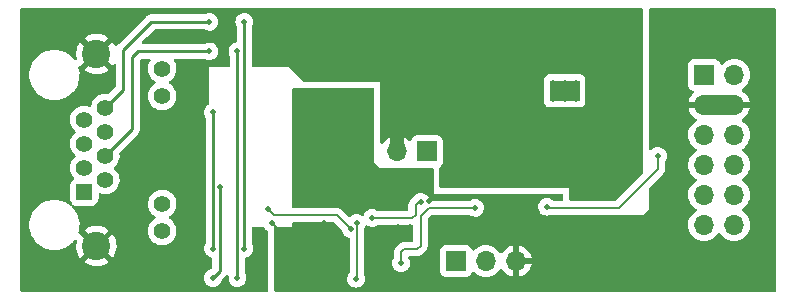
<source format=gbl>
G04 #@! TF.GenerationSoftware,KiCad,Pcbnew,(6.0.8)*
G04 #@! TF.CreationDate,2022-10-23T18:16:55+02:00*
G04 #@! TF.ProjectId,ethernet-pmod,65746865-726e-4657-942d-706d6f642e6b,rev?*
G04 #@! TF.SameCoordinates,Original*
G04 #@! TF.FileFunction,Copper,L2,Bot*
G04 #@! TF.FilePolarity,Positive*
%FSLAX46Y46*%
G04 Gerber Fmt 4.6, Leading zero omitted, Abs format (unit mm)*
G04 Created by KiCad (PCBNEW (6.0.8)) date 2022-10-23 18:16:55*
%MOMM*%
%LPD*%
G01*
G04 APERTURE LIST*
G04 Aperture macros list*
%AMRoundRect*
0 Rectangle with rounded corners*
0 $1 Rounding radius*
0 $2 $3 $4 $5 $6 $7 $8 $9 X,Y pos of 4 corners*
0 Add a 4 corners polygon primitive as box body*
4,1,4,$2,$3,$4,$5,$6,$7,$8,$9,$2,$3,0*
0 Add four circle primitives for the rounded corners*
1,1,$1+$1,$2,$3*
1,1,$1+$1,$4,$5*
1,1,$1+$1,$6,$7*
1,1,$1+$1,$8,$9*
0 Add four rect primitives between the rounded corners*
20,1,$1+$1,$2,$3,$4,$5,0*
20,1,$1+$1,$4,$5,$6,$7,0*
20,1,$1+$1,$6,$7,$8,$9,0*
20,1,$1+$1,$8,$9,$2,$3,0*%
G04 Aperture macros list end*
G04 #@! TA.AperFunction,ComponentPad*
%ADD10R,1.700000X1.700000*%
G04 #@! TD*
G04 #@! TA.AperFunction,ComponentPad*
%ADD11O,1.700000X1.700000*%
G04 #@! TD*
G04 #@! TA.AperFunction,ComponentPad*
%ADD12C,0.500000*%
G04 #@! TD*
G04 #@! TA.AperFunction,SMDPad,CuDef*
%ADD13R,2.500000X1.800000*%
G04 #@! TD*
G04 #@! TA.AperFunction,ComponentPad*
%ADD14RoundRect,0.217000X-0.483000X0.483000X-0.483000X-0.483000X0.483000X-0.483000X0.483000X0.483000X0*%
G04 #@! TD*
G04 #@! TA.AperFunction,ComponentPad*
%ADD15C,1.400000*%
G04 #@! TD*
G04 #@! TA.AperFunction,ComponentPad*
%ADD16C,2.400000*%
G04 #@! TD*
G04 #@! TA.AperFunction,ViaPad*
%ADD17C,0.500000*%
G04 #@! TD*
G04 #@! TA.AperFunction,Conductor*
%ADD18C,0.200000*%
G04 #@! TD*
G04 #@! TA.AperFunction,Conductor*
%ADD19C,1.700000*%
G04 #@! TD*
G04 #@! TA.AperFunction,Conductor*
%ADD20C,0.250000*%
G04 #@! TD*
G04 APERTURE END LIST*
D10*
X154900000Y-109400000D03*
D11*
X157440000Y-109400000D03*
X159980000Y-109400000D03*
D10*
X152450000Y-100125000D03*
D11*
X149910000Y-100125000D03*
D10*
X175920000Y-93650000D03*
D11*
X178460000Y-93650000D03*
X175920000Y-96190000D03*
X178460000Y-96190000D03*
X175920000Y-98730000D03*
X178460000Y-98730000D03*
X175920000Y-101270000D03*
X178460000Y-101270000D03*
X175920000Y-103810000D03*
X178460000Y-103810000D03*
X175920000Y-106350000D03*
X178460000Y-106350000D03*
D12*
X164100000Y-94350000D03*
X163100000Y-95650000D03*
X163100000Y-94350000D03*
X165100000Y-95650000D03*
X165100000Y-94350000D03*
X164100000Y-95650000D03*
D13*
X164100000Y-95000000D03*
D14*
X123440000Y-103570000D03*
D15*
X125220000Y-102550000D03*
X123440000Y-101530000D03*
X125220000Y-100510000D03*
X123440000Y-99490000D03*
X125220000Y-98470000D03*
X123440000Y-97450000D03*
X125220000Y-96430000D03*
X130030000Y-106860000D03*
X130030000Y-104570000D03*
X130030000Y-95430000D03*
X130030000Y-93140000D03*
D16*
X124460000Y-91870000D03*
X124460000Y-108130000D03*
D17*
X140460000Y-108130000D03*
X151000000Y-106500000D03*
X152600000Y-104300000D03*
X148000000Y-109365000D03*
X151200000Y-110900000D03*
X150000000Y-107500000D03*
X139300000Y-106200000D03*
X150000000Y-106500000D03*
X165500000Y-111000000D03*
X147600000Y-104300000D03*
X151000000Y-107500000D03*
X143700000Y-106200000D03*
X147800000Y-105750000D03*
X151900000Y-104400000D03*
X162600000Y-104800000D03*
X150250000Y-109600000D03*
X172000000Y-100500000D03*
X156500000Y-104900000D03*
X136400000Y-91650000D03*
X136400000Y-110850000D03*
X158950000Y-102350000D03*
X159600000Y-91200000D03*
X169850000Y-90700000D03*
X146650000Y-89200000D03*
X169200000Y-90700000D03*
X170500000Y-90700000D03*
X158950000Y-101800000D03*
X158950000Y-102900000D03*
X134900000Y-103175000D03*
X134325000Y-110850000D03*
X136975000Y-108350000D03*
X136975000Y-89150000D03*
X134325000Y-96825000D03*
X134325000Y-108350000D03*
X134025000Y-91650000D03*
X134025000Y-89150000D03*
X146500000Y-106200000D03*
X146450000Y-110900000D03*
X139000000Y-105000000D03*
X146000000Y-106700000D03*
D18*
X140460000Y-107360000D02*
X140460000Y-108130000D01*
D19*
X178460000Y-96190000D02*
X175920000Y-96190000D01*
D18*
X139300000Y-106200000D02*
X140460000Y-107360000D01*
X151900000Y-104400000D02*
X151750000Y-104400000D01*
X151475000Y-104675000D02*
X151475000Y-105475000D01*
X151475000Y-105475000D02*
X151200000Y-105750000D01*
X151200000Y-105750000D02*
X147800000Y-105750000D01*
X151750000Y-104400000D02*
X151475000Y-104675000D01*
X156500000Y-104900000D02*
X152615686Y-104900000D01*
X151600000Y-108400000D02*
X150500000Y-108400000D01*
X162600000Y-104800000D02*
X162700000Y-104900000D01*
X150500000Y-108400000D02*
X150250000Y-108650000D01*
X168700000Y-104900000D02*
X172000000Y-101600000D01*
X151900000Y-108100000D02*
X151600000Y-108400000D01*
X150250000Y-108650000D02*
X150250000Y-109600000D01*
X151900000Y-105615686D02*
X151900000Y-108100000D01*
X152615686Y-104900000D02*
X151900000Y-105615686D01*
X172000000Y-100500000D02*
X172000000Y-101600000D01*
X162700000Y-104900000D02*
X168700000Y-104900000D01*
D20*
X136400000Y-109900000D02*
X136400000Y-91650000D01*
X136400000Y-110850000D02*
X136400000Y-109900000D01*
X134900000Y-103175000D02*
X134900000Y-110275000D01*
X134900000Y-110275000D02*
X134325000Y-110850000D01*
X136975000Y-108350000D02*
X136975000Y-107600000D01*
X136975000Y-107600000D02*
X136975000Y-89150000D01*
X134325000Y-96825000D02*
X134325000Y-108350000D01*
X125220000Y-100510000D02*
X127500000Y-98230000D01*
X127500000Y-98230000D02*
X127500000Y-92150000D01*
X127500000Y-92150000D02*
X128000000Y-91650000D01*
X128000000Y-91650000D02*
X134025000Y-91650000D01*
X126750000Y-91500000D02*
X129100000Y-89150000D01*
X129100000Y-89150000D02*
X134025000Y-89150000D01*
X125220000Y-96430000D02*
X126750000Y-94900000D01*
X126750000Y-94900000D02*
X126750000Y-91500000D01*
D18*
X146550000Y-110800000D02*
X146450000Y-110900000D01*
X146500000Y-106200000D02*
X146550000Y-106250000D01*
X146550000Y-106250000D02*
X146550000Y-110800000D01*
X146000000Y-106700000D02*
X144800000Y-105500000D01*
X139500000Y-105500000D02*
X139000000Y-105000000D01*
X144800000Y-105500000D02*
X139500000Y-105500000D01*
G04 #@! TA.AperFunction,Conductor*
G36*
X170693039Y-88020185D02*
G01*
X170738794Y-88072989D01*
X170750000Y-88124500D01*
X170750000Y-101949403D01*
X170730315Y-102016442D01*
X170713681Y-102037084D01*
X168487584Y-104263181D01*
X168426261Y-104296666D01*
X168399903Y-104299500D01*
X164624000Y-104299500D01*
X164556961Y-104279815D01*
X164511206Y-104227011D01*
X164500000Y-104175500D01*
X164500000Y-103250000D01*
X153624000Y-103250000D01*
X153556961Y-103230315D01*
X153511206Y-103177511D01*
X153500000Y-103126000D01*
X153500000Y-101512648D01*
X153519685Y-101445609D01*
X153549634Y-101413422D01*
X153650481Y-101337841D01*
X153657546Y-101332546D01*
X153743526Y-101217824D01*
X153752876Y-101192884D01*
X153791123Y-101090856D01*
X153793851Y-101083580D01*
X153800500Y-101022377D01*
X153800499Y-99227624D01*
X153793851Y-99166420D01*
X153743526Y-99032176D01*
X153737088Y-99023585D01*
X153662841Y-98924519D01*
X153657546Y-98917454D01*
X153650481Y-98912159D01*
X153549891Y-98836770D01*
X153549889Y-98836769D01*
X153542824Y-98831474D01*
X153408580Y-98781149D01*
X153347377Y-98774500D01*
X152450134Y-98774500D01*
X151552624Y-98774501D01*
X151491420Y-98781149D01*
X151357176Y-98831474D01*
X151350111Y-98836769D01*
X151350109Y-98836770D01*
X151249519Y-98912159D01*
X151242454Y-98917454D01*
X151237159Y-98924519D01*
X151162913Y-99023585D01*
X151156474Y-99032176D01*
X151153374Y-99040445D01*
X151153371Y-99040451D01*
X151106803Y-99164671D01*
X151064839Y-99220535D01*
X150999334Y-99244843D01*
X150931086Y-99229877D01*
X150903013Y-99208825D01*
X150784909Y-99090721D01*
X150776643Y-99083785D01*
X150592008Y-98954502D01*
X150582676Y-98949114D01*
X150526158Y-98922759D01*
X150512438Y-98920675D01*
X150510000Y-98924403D01*
X150510000Y-100601000D01*
X150490315Y-100668039D01*
X150437511Y-100713794D01*
X150386000Y-100725000D01*
X149434000Y-100725000D01*
X149366961Y-100705315D01*
X149321206Y-100652511D01*
X149310000Y-100601000D01*
X149310000Y-98933055D01*
X149306090Y-98919738D01*
X149301682Y-98919104D01*
X149237330Y-98949111D01*
X149227988Y-98954505D01*
X149043357Y-99083784D01*
X149035093Y-99090719D01*
X148875719Y-99250093D01*
X148868784Y-99258357D01*
X148739508Y-99442983D01*
X148731405Y-99457018D01*
X148729043Y-99455655D01*
X148690621Y-99499639D01*
X148623503Y-99519055D01*
X148556543Y-99499102D01*
X148511000Y-99446115D01*
X148500000Y-99395056D01*
X148500000Y-95639455D01*
X162344825Y-95639455D01*
X162347545Y-95667197D01*
X162348909Y-95681105D01*
X162349501Y-95693206D01*
X162349501Y-95947376D01*
X162356149Y-96008580D01*
X162406474Y-96142824D01*
X162411769Y-96149889D01*
X162411770Y-96149891D01*
X162486077Y-96249037D01*
X162492454Y-96257546D01*
X162499519Y-96262841D01*
X162600109Y-96338230D01*
X162600111Y-96338231D01*
X162607176Y-96343526D01*
X162741420Y-96393851D01*
X162802623Y-96400500D01*
X163041597Y-96400500D01*
X163057996Y-96401589D01*
X163084183Y-96405083D01*
X163091084Y-96404455D01*
X163091086Y-96404455D01*
X163128940Y-96401010D01*
X163140178Y-96400500D01*
X164041596Y-96400500D01*
X164057993Y-96401589D01*
X164084183Y-96405083D01*
X164091083Y-96404455D01*
X164091086Y-96404455D01*
X164128945Y-96401009D01*
X164140184Y-96400499D01*
X165041590Y-96400499D01*
X165057989Y-96401588D01*
X165084183Y-96405083D01*
X165091084Y-96404455D01*
X165091086Y-96404455D01*
X165128948Y-96401009D01*
X165140187Y-96400499D01*
X165397376Y-96400499D01*
X165458580Y-96393851D01*
X165592824Y-96343526D01*
X165599889Y-96338231D01*
X165599891Y-96338230D01*
X165700481Y-96262841D01*
X165707546Y-96257546D01*
X165713923Y-96249037D01*
X165788230Y-96149891D01*
X165788231Y-96149889D01*
X165793526Y-96142824D01*
X165843851Y-96008580D01*
X165850500Y-95947377D01*
X165850500Y-95711452D01*
X165851707Y-95694199D01*
X165854413Y-95674944D01*
X165854955Y-95671088D01*
X165855249Y-95650000D01*
X165851273Y-95614551D01*
X165850500Y-95600730D01*
X165850499Y-94411463D01*
X165851706Y-94394204D01*
X165853548Y-94381099D01*
X165854955Y-94371088D01*
X165855249Y-94350000D01*
X165851272Y-94314544D01*
X165850499Y-94300722D01*
X165850499Y-94052624D01*
X165843851Y-93991420D01*
X165793526Y-93857176D01*
X165767826Y-93822884D01*
X165712841Y-93749519D01*
X165707546Y-93742454D01*
X165700481Y-93737159D01*
X165599891Y-93661770D01*
X165599889Y-93661769D01*
X165592824Y-93656474D01*
X165458580Y-93606149D01*
X165397377Y-93599500D01*
X165152317Y-93599500D01*
X165137634Y-93598628D01*
X165105273Y-93594769D01*
X165098384Y-93595493D01*
X165098381Y-93595493D01*
X165066720Y-93598821D01*
X165053759Y-93599500D01*
X164152319Y-93599500D01*
X164137638Y-93598628D01*
X164135671Y-93598394D01*
X164105273Y-93594769D01*
X164098385Y-93595493D01*
X164098381Y-93595493D01*
X164069738Y-93598504D01*
X164066726Y-93598821D01*
X164066716Y-93598822D01*
X164053753Y-93599501D01*
X163152325Y-93599501D01*
X163137642Y-93598629D01*
X163135664Y-93598393D01*
X163105273Y-93594769D01*
X163098385Y-93595493D01*
X163098381Y-93595493D01*
X163066712Y-93598822D01*
X163053750Y-93599501D01*
X162802624Y-93599501D01*
X162741420Y-93606149D01*
X162607176Y-93656474D01*
X162600111Y-93661769D01*
X162600109Y-93661770D01*
X162499519Y-93737159D01*
X162492454Y-93742454D01*
X162487159Y-93749519D01*
X162432175Y-93822884D01*
X162406474Y-93857176D01*
X162356149Y-93991420D01*
X162349500Y-94052623D01*
X162349500Y-94294648D01*
X162348522Y-94310188D01*
X162344825Y-94339455D01*
X162348874Y-94380747D01*
X162348908Y-94381099D01*
X162349500Y-94393199D01*
X162349501Y-95594642D01*
X162348523Y-95610181D01*
X162344825Y-95639455D01*
X148500000Y-95639455D01*
X148500000Y-94250000D01*
X142051362Y-94250000D01*
X141984323Y-94230315D01*
X141963681Y-94213681D01*
X140750000Y-93000000D01*
X137724500Y-93000000D01*
X137657461Y-92980315D01*
X137611706Y-92927511D01*
X137600500Y-92876000D01*
X137600500Y-89602244D01*
X137621218Y-89533623D01*
X137642894Y-89500999D01*
X137642896Y-89500995D01*
X137646731Y-89495223D01*
X137649191Y-89488747D01*
X137649193Y-89488743D01*
X137704060Y-89344301D01*
X137706521Y-89337823D01*
X137729955Y-89171088D01*
X137730249Y-89150000D01*
X137711481Y-88982676D01*
X137656108Y-88823668D01*
X137566884Y-88680879D01*
X137448242Y-88561406D01*
X137442395Y-88557695D01*
X137442392Y-88557693D01*
X137311933Y-88474902D01*
X137306079Y-88471187D01*
X137293282Y-88466630D01*
X137153991Y-88417031D01*
X137153992Y-88417031D01*
X137147462Y-88414706D01*
X136980273Y-88394769D01*
X136973384Y-88395493D01*
X136973381Y-88395493D01*
X136819718Y-88411644D01*
X136819717Y-88411644D01*
X136812821Y-88412369D01*
X136806254Y-88414604D01*
X136806252Y-88414605D01*
X136659998Y-88464394D01*
X136659995Y-88464395D01*
X136653431Y-88466630D01*
X136510022Y-88554856D01*
X136505070Y-88559706D01*
X136505068Y-88559707D01*
X136394680Y-88667807D01*
X136394677Y-88667811D01*
X136389724Y-88672661D01*
X136298515Y-88814190D01*
X136240927Y-88972409D01*
X136219825Y-89139455D01*
X136236255Y-89307025D01*
X136289402Y-89466791D01*
X136292995Y-89472724D01*
X136292996Y-89472726D01*
X136331565Y-89536411D01*
X136349500Y-89600646D01*
X136349500Y-90788981D01*
X136329815Y-90856020D01*
X136277011Y-90901775D01*
X136251196Y-90908816D01*
X136251490Y-90910155D01*
X136244718Y-90911644D01*
X136237821Y-90912369D01*
X136231254Y-90914604D01*
X136231252Y-90914605D01*
X136084998Y-90964394D01*
X136084995Y-90964395D01*
X136078431Y-90966630D01*
X135935022Y-91054856D01*
X135930070Y-91059706D01*
X135930068Y-91059707D01*
X135819680Y-91167807D01*
X135819677Y-91167811D01*
X135814724Y-91172661D01*
X135723515Y-91314190D01*
X135702103Y-91373018D01*
X135684646Y-91420981D01*
X135665927Y-91472409D01*
X135644825Y-91639455D01*
X135661255Y-91807025D01*
X135714402Y-91966791D01*
X135717995Y-91972724D01*
X135717996Y-91972726D01*
X135756565Y-92036411D01*
X135774500Y-92100646D01*
X135774500Y-92876000D01*
X135754815Y-92943039D01*
X135702011Y-92988794D01*
X135650500Y-93000000D01*
X134000000Y-93000000D01*
X134000000Y-96074440D01*
X133980315Y-96141479D01*
X133940974Y-96180054D01*
X133860022Y-96229856D01*
X133855070Y-96234706D01*
X133855068Y-96234707D01*
X133744680Y-96342807D01*
X133744677Y-96342811D01*
X133739724Y-96347661D01*
X133689007Y-96426359D01*
X133657909Y-96474614D01*
X133648515Y-96489190D01*
X133645065Y-96498668D01*
X133598964Y-96625329D01*
X133590927Y-96647409D01*
X133590058Y-96654290D01*
X133573054Y-96788897D01*
X133569825Y-96814455D01*
X133586255Y-96982025D01*
X133639402Y-97141791D01*
X133642995Y-97147724D01*
X133642996Y-97147726D01*
X133681565Y-97211411D01*
X133699500Y-97275646D01*
X133699500Y-107898582D01*
X133679730Y-107965754D01*
X133652433Y-108008111D01*
X133648515Y-108014190D01*
X133646145Y-108020702D01*
X133594481Y-108162646D01*
X133590927Y-108172409D01*
X133590058Y-108179290D01*
X133572558Y-108317823D01*
X133569825Y-108339455D01*
X133575215Y-108394427D01*
X133581747Y-108461043D01*
X133586255Y-108507025D01*
X133639402Y-108666791D01*
X133642995Y-108672724D01*
X133642996Y-108672726D01*
X133722574Y-108804125D01*
X133726624Y-108810812D01*
X133731437Y-108815796D01*
X133733366Y-108817793D01*
X133843586Y-108931929D01*
X133849389Y-108935727D01*
X133849391Y-108935728D01*
X133956291Y-109005682D01*
X133984475Y-109024125D01*
X133990970Y-109026540D01*
X133990973Y-109026542D01*
X134135789Y-109080398D01*
X134135792Y-109080399D01*
X134142289Y-109082815D01*
X134149160Y-109083732D01*
X134149161Y-109083732D01*
X134166901Y-109086099D01*
X134230748Y-109114478D01*
X134269117Y-109172870D01*
X134274500Y-109209010D01*
X134274500Y-109964547D01*
X134254815Y-110031586D01*
X134238181Y-110052228D01*
X134206298Y-110084111D01*
X134158584Y-110113812D01*
X134003431Y-110166630D01*
X133860022Y-110254856D01*
X133855070Y-110259706D01*
X133855068Y-110259707D01*
X133744680Y-110367807D01*
X133744677Y-110367811D01*
X133739724Y-110372661D01*
X133648515Y-110514190D01*
X133646145Y-110520702D01*
X133593919Y-110664190D01*
X133590927Y-110672409D01*
X133569825Y-110839455D01*
X133586255Y-111007025D01*
X133639402Y-111166791D01*
X133642995Y-111172724D01*
X133642996Y-111172726D01*
X133656621Y-111195223D01*
X133726624Y-111310812D01*
X133731437Y-111315796D01*
X133759855Y-111345223D01*
X133843586Y-111431929D01*
X133849389Y-111435727D01*
X133849391Y-111435728D01*
X133879033Y-111455125D01*
X133984475Y-111524125D01*
X133990970Y-111526540D01*
X133990973Y-111526542D01*
X134135789Y-111580398D01*
X134135792Y-111580399D01*
X134142289Y-111582815D01*
X134309183Y-111605083D01*
X134316084Y-111604455D01*
X134316086Y-111604455D01*
X134413635Y-111595577D01*
X134476864Y-111589823D01*
X134483455Y-111587681D01*
X134483457Y-111587681D01*
X134630406Y-111539935D01*
X134630410Y-111539933D01*
X134636997Y-111537793D01*
X134781623Y-111451578D01*
X134876937Y-111360812D01*
X134898535Y-111340245D01*
X134898537Y-111340243D01*
X134903554Y-111335465D01*
X134963511Y-111245223D01*
X134992894Y-111200999D01*
X134992896Y-111200995D01*
X134996731Y-111195223D01*
X134999191Y-111188747D01*
X134999193Y-111188743D01*
X135054058Y-111044306D01*
X135056521Y-111037823D01*
X135057487Y-111030950D01*
X135059015Y-111024998D01*
X135091440Y-110968150D01*
X135287299Y-110772291D01*
X135295483Y-110764844D01*
X135301877Y-110760786D01*
X135347917Y-110711759D01*
X135350627Y-110708963D01*
X135370120Y-110689470D01*
X135372578Y-110686301D01*
X135380160Y-110677425D01*
X135404718Y-110651273D01*
X135404719Y-110651272D01*
X135410062Y-110645582D01*
X135419716Y-110628021D01*
X135430390Y-110611771D01*
X135442673Y-110595936D01*
X135442674Y-110595934D01*
X135445234Y-110597920D01*
X135485418Y-110560389D01*
X135554158Y-110547876D01*
X135618751Y-110574513D01*
X135658689Y-110631843D01*
X135664118Y-110686727D01*
X135653309Y-110772291D01*
X135644825Y-110839455D01*
X135661255Y-111007025D01*
X135714402Y-111166791D01*
X135717995Y-111172724D01*
X135717996Y-111172726D01*
X135731621Y-111195223D01*
X135801624Y-111310812D01*
X135806437Y-111315796D01*
X135834855Y-111345223D01*
X135918586Y-111431929D01*
X135924389Y-111435727D01*
X135924391Y-111435728D01*
X135954033Y-111455125D01*
X136059475Y-111524125D01*
X136065970Y-111526540D01*
X136065973Y-111526542D01*
X136210789Y-111580398D01*
X136210792Y-111580399D01*
X136217289Y-111582815D01*
X136384183Y-111605083D01*
X136391084Y-111604455D01*
X136391086Y-111604455D01*
X136488635Y-111595577D01*
X136551864Y-111589823D01*
X136558455Y-111587681D01*
X136558457Y-111587681D01*
X136705406Y-111539935D01*
X136705410Y-111539933D01*
X136711997Y-111537793D01*
X136856623Y-111451578D01*
X136951937Y-111360812D01*
X136973535Y-111340245D01*
X136973537Y-111340243D01*
X136978554Y-111335465D01*
X137038511Y-111245223D01*
X137067894Y-111200999D01*
X137067896Y-111200995D01*
X137071731Y-111195223D01*
X137074191Y-111188747D01*
X137074193Y-111188743D01*
X137129060Y-111044301D01*
X137131521Y-111037823D01*
X137154955Y-110871088D01*
X137155249Y-110850000D01*
X137144089Y-110750500D01*
X137137254Y-110689564D01*
X137137253Y-110689560D01*
X137136481Y-110682676D01*
X137098520Y-110573668D01*
X137083387Y-110530211D01*
X137083385Y-110530207D01*
X137081108Y-110523668D01*
X137044342Y-110464829D01*
X137025500Y-110399120D01*
X137025500Y-109210973D01*
X137045185Y-109143934D01*
X137097989Y-109098179D01*
X137122331Y-109090235D01*
X137126864Y-109089823D01*
X137133452Y-109087682D01*
X137133454Y-109087682D01*
X137280406Y-109039935D01*
X137280410Y-109039933D01*
X137286997Y-109037793D01*
X137431623Y-108951578D01*
X137501450Y-108885083D01*
X137548535Y-108840245D01*
X137548537Y-108840243D01*
X137553554Y-108835465D01*
X137635632Y-108711929D01*
X137642894Y-108700999D01*
X137642896Y-108700995D01*
X137646731Y-108695223D01*
X137649191Y-108688747D01*
X137649193Y-108688743D01*
X137686738Y-108589903D01*
X137706521Y-108537823D01*
X137707818Y-108528599D01*
X137717794Y-108457612D01*
X137729955Y-108371088D01*
X137730249Y-108350000D01*
X137724002Y-108294306D01*
X137712254Y-108189564D01*
X137712253Y-108189560D01*
X137711481Y-108182676D01*
X137676397Y-108081929D01*
X137658387Y-108030211D01*
X137658385Y-108030207D01*
X137656108Y-108023668D01*
X137619342Y-107964829D01*
X137600500Y-107899120D01*
X137600500Y-106624000D01*
X137620185Y-106556961D01*
X137672989Y-106511206D01*
X137724500Y-106500000D01*
X138534363Y-106500000D01*
X138601402Y-106519685D01*
X138640428Y-106559765D01*
X138701624Y-106660812D01*
X138818586Y-106781929D01*
X138824389Y-106785727D01*
X138824391Y-106785728D01*
X138943898Y-106863932D01*
X138989216Y-106917112D01*
X139000000Y-106967690D01*
X139000000Y-111875500D01*
X138980315Y-111942539D01*
X138927511Y-111988294D01*
X138876000Y-111999500D01*
X118124500Y-111999500D01*
X118057461Y-111979815D01*
X118011706Y-111927011D01*
X118000500Y-111875500D01*
X118000500Y-109495252D01*
X123453748Y-109495252D01*
X123462321Y-109506588D01*
X123552896Y-109573000D01*
X123560692Y-109577871D01*
X123776148Y-109691229D01*
X123784574Y-109694893D01*
X124014430Y-109775161D01*
X124023292Y-109777536D01*
X124262500Y-109822952D01*
X124271611Y-109823990D01*
X124514889Y-109833548D01*
X124524077Y-109833227D01*
X124766098Y-109806722D01*
X124775114Y-109805051D01*
X125010573Y-109743059D01*
X125019245Y-109740073D01*
X125242939Y-109643967D01*
X125251089Y-109639724D01*
X125458122Y-109511608D01*
X125461867Y-109508887D01*
X125469512Y-109497287D01*
X125463545Y-109487098D01*
X124472607Y-108496160D01*
X124458887Y-108488668D01*
X124457081Y-108488797D01*
X124450574Y-108492979D01*
X123460299Y-109483254D01*
X123453748Y-109495252D01*
X118000500Y-109495252D01*
X118000500Y-106483773D01*
X118773737Y-106483773D01*
X118811565Y-106771102D01*
X118888037Y-107050640D01*
X118889693Y-107054523D01*
X118889695Y-107054528D01*
X118936470Y-107164190D01*
X119001740Y-107317212D01*
X119150569Y-107565886D01*
X119153204Y-107569174D01*
X119153206Y-107569178D01*
X119237719Y-107674668D01*
X119331769Y-107792062D01*
X119334830Y-107794967D01*
X119334833Y-107794970D01*
X119538924Y-107988645D01*
X119538929Y-107988649D01*
X119541989Y-107991553D01*
X119545415Y-107994015D01*
X119545420Y-107994019D01*
X119641663Y-108063176D01*
X119777338Y-108160668D01*
X119781074Y-108162646D01*
X120029736Y-108294306D01*
X120029739Y-108294308D01*
X120033461Y-108296278D01*
X120037408Y-108297722D01*
X120037416Y-108297726D01*
X120227261Y-108367199D01*
X120305619Y-108395874D01*
X120309733Y-108396771D01*
X120584655Y-108456714D01*
X120584659Y-108456715D01*
X120588775Y-108457612D01*
X120592979Y-108457943D01*
X120592980Y-108457943D01*
X120617860Y-108459901D01*
X120816065Y-108475500D01*
X120972860Y-108475500D01*
X121140873Y-108464046D01*
X121184929Y-108461043D01*
X121184930Y-108461043D01*
X121189138Y-108460756D01*
X121202722Y-108457943D01*
X121282507Y-108441420D01*
X121472925Y-108401986D01*
X121476893Y-108400581D01*
X121476896Y-108400580D01*
X121742128Y-108306656D01*
X121746110Y-108305246D01*
X121767306Y-108294306D01*
X121999885Y-108174263D01*
X121999890Y-108174260D01*
X122003639Y-108172325D01*
X122012790Y-108165894D01*
X122157783Y-108063991D01*
X122240746Y-108005684D01*
X122356002Y-107898582D01*
X122449947Y-107811283D01*
X122449948Y-107811282D01*
X122453044Y-107808405D01*
X122584609Y-107647663D01*
X122642302Y-107608254D01*
X122712144Y-107606292D01*
X122771959Y-107642400D01*
X122802758Y-107705116D01*
X122800749Y-107756725D01*
X122782265Y-107829507D01*
X122780671Y-107838551D01*
X122756279Y-108080788D01*
X122756038Y-108089978D01*
X122767719Y-108333154D01*
X122768840Y-108342282D01*
X122816338Y-108581069D01*
X122818787Y-108589903D01*
X122901066Y-108819068D01*
X122904792Y-108827437D01*
X123020037Y-109041919D01*
X123024967Y-109049657D01*
X123083479Y-109128014D01*
X123094560Y-109136329D01*
X123106782Y-109129665D01*
X124093840Y-108142607D01*
X124100116Y-108131113D01*
X124818668Y-108131113D01*
X124818797Y-108132919D01*
X124822979Y-108139426D01*
X125815934Y-109132381D01*
X125828115Y-109139032D01*
X125836325Y-109132886D01*
X125955688Y-108947315D01*
X125960070Y-108939244D01*
X126060065Y-108717266D01*
X126063208Y-108708630D01*
X126129294Y-108474304D01*
X126131123Y-108465319D01*
X126162039Y-108222305D01*
X126162512Y-108216113D01*
X126164686Y-108133100D01*
X126164537Y-108126902D01*
X126146383Y-107882613D01*
X126145025Y-107873524D01*
X126091293Y-107636063D01*
X126088609Y-107627286D01*
X126000365Y-107400365D01*
X125996418Y-107392089D01*
X125875596Y-107180695D01*
X125870470Y-107173096D01*
X125837421Y-107131174D01*
X125825683Y-107122836D01*
X125814335Y-107129218D01*
X124826160Y-108117393D01*
X124818668Y-108131113D01*
X124100116Y-108131113D01*
X124101332Y-108128887D01*
X124101203Y-108127081D01*
X124097021Y-108120574D01*
X123104872Y-107128425D01*
X123091151Y-107120933D01*
X123062917Y-107122952D01*
X122994644Y-107108099D01*
X122945239Y-107058694D01*
X122930388Y-106990420D01*
X122934816Y-106965297D01*
X122951267Y-106907548D01*
X122983911Y-106792949D01*
X122988185Y-106762922D01*
X123451596Y-106762922D01*
X123456097Y-106772544D01*
X124447393Y-107763840D01*
X124461113Y-107771332D01*
X124462919Y-107771203D01*
X124469426Y-107767021D01*
X125408007Y-106828440D01*
X128824770Y-106828440D01*
X128825141Y-106834102D01*
X128825141Y-106834106D01*
X128830974Y-106923098D01*
X128839200Y-107048604D01*
X128893511Y-107262452D01*
X128895887Y-107267606D01*
X128938482Y-107360000D01*
X128985883Y-107462821D01*
X128989161Y-107467459D01*
X129089005Y-107608735D01*
X129113222Y-107643002D01*
X129117293Y-107646968D01*
X129117294Y-107646969D01*
X129267190Y-107792993D01*
X129267195Y-107792997D01*
X129271264Y-107796961D01*
X129275987Y-107800117D01*
X129275991Y-107800120D01*
X129360185Y-107856376D01*
X129454717Y-107919540D01*
X129657436Y-108006635D01*
X129719603Y-108020702D01*
X129867085Y-108054074D01*
X129867087Y-108054074D01*
X129872632Y-108055329D01*
X130007783Y-108060639D01*
X130087418Y-108063768D01*
X130087420Y-108063768D01*
X130093098Y-108063991D01*
X130098718Y-108063176D01*
X130098721Y-108063176D01*
X130305826Y-108033147D01*
X130305829Y-108033146D01*
X130311452Y-108032331D01*
X130424316Y-107994019D01*
X130514989Y-107963240D01*
X130514992Y-107963239D01*
X130520379Y-107961410D01*
X130631606Y-107899120D01*
X130707931Y-107856376D01*
X130707932Y-107856375D01*
X130712884Y-107853602D01*
X130882518Y-107712518D01*
X130940835Y-107642400D01*
X131019971Y-107547250D01*
X131019972Y-107547249D01*
X131023602Y-107542884D01*
X131131410Y-107350379D01*
X131143988Y-107313327D01*
X131166001Y-107248477D01*
X131202331Y-107141452D01*
X131205014Y-107122952D01*
X131227872Y-106965297D01*
X131233991Y-106923098D01*
X131235643Y-106860000D01*
X131215454Y-106640289D01*
X131155565Y-106427936D01*
X131135784Y-106387823D01*
X131060495Y-106235153D01*
X131057980Y-106230053D01*
X130925967Y-106053267D01*
X130763949Y-105903499D01*
X130734018Y-105884614D01*
X130630816Y-105819498D01*
X130584623Y-105767077D01*
X130574103Y-105698004D01*
X130602598Y-105634209D01*
X130636395Y-105606439D01*
X130707923Y-105566381D01*
X130707929Y-105566377D01*
X130712884Y-105563602D01*
X130788756Y-105500500D01*
X130878151Y-105426150D01*
X130882518Y-105422518D01*
X130940334Y-105353002D01*
X131019971Y-105257250D01*
X131019972Y-105257249D01*
X131023602Y-105252884D01*
X131027893Y-105245223D01*
X131128631Y-105065341D01*
X131131410Y-105060379D01*
X131135546Y-105048197D01*
X131166494Y-104957025D01*
X131202331Y-104851452D01*
X131205054Y-104832676D01*
X131222845Y-104709969D01*
X131233991Y-104633098D01*
X131235643Y-104570000D01*
X131215454Y-104350289D01*
X131155565Y-104137936D01*
X131057980Y-103940053D01*
X130925967Y-103763267D01*
X130763949Y-103613499D01*
X130759139Y-103610464D01*
X130582159Y-103498798D01*
X130582157Y-103498797D01*
X130577350Y-103495764D01*
X130372421Y-103414006D01*
X130366840Y-103412896D01*
X130366837Y-103412895D01*
X130264223Y-103392484D01*
X130156024Y-103370962D01*
X130150337Y-103370888D01*
X130150332Y-103370887D01*
X129941095Y-103368148D01*
X129941090Y-103368148D01*
X129935406Y-103368074D01*
X129929802Y-103369037D01*
X129929801Y-103369037D01*
X129723560Y-103404475D01*
X129723557Y-103404476D01*
X129717957Y-103405438D01*
X129510957Y-103481804D01*
X129482393Y-103498798D01*
X129402422Y-103546376D01*
X129321341Y-103594614D01*
X129155457Y-103740090D01*
X129018863Y-103913360D01*
X129016216Y-103918391D01*
X128920310Y-104100678D01*
X128916131Y-104108620D01*
X128914443Y-104114055D01*
X128914443Y-104114056D01*
X128868391Y-104262369D01*
X128850703Y-104319333D01*
X128850035Y-104324978D01*
X128850034Y-104324982D01*
X128828631Y-104505816D01*
X128824770Y-104538440D01*
X128825141Y-104544102D01*
X128825141Y-104544106D01*
X128830974Y-104633098D01*
X128839200Y-104758604D01*
X128893511Y-104972452D01*
X128895887Y-104977606D01*
X128939274Y-105071718D01*
X128985883Y-105172821D01*
X128989161Y-105177459D01*
X129095752Y-105328282D01*
X129113222Y-105353002D01*
X129117293Y-105356968D01*
X129117294Y-105356969D01*
X129267190Y-105502993D01*
X129267195Y-105502997D01*
X129271264Y-105506961D01*
X129275987Y-105510117D01*
X129275991Y-105510120D01*
X129430430Y-105613312D01*
X129475235Y-105666924D01*
X129483942Y-105736249D01*
X129453788Y-105799276D01*
X129424946Y-105822976D01*
X129321341Y-105884614D01*
X129155457Y-106030090D01*
X129018863Y-106203360D01*
X128916131Y-106398620D01*
X128914443Y-106404055D01*
X128914443Y-106404056D01*
X128907028Y-106427936D01*
X128850703Y-106609333D01*
X128850035Y-106614978D01*
X128850034Y-106614982D01*
X128832319Y-106764660D01*
X128824770Y-106828440D01*
X125408007Y-106828440D01*
X125460284Y-106776163D01*
X125466565Y-106764660D01*
X125457303Y-106752742D01*
X125329011Y-106663743D01*
X125321113Y-106659090D01*
X125102747Y-106551404D01*
X125094232Y-106547964D01*
X124862352Y-106473739D01*
X124853432Y-106471597D01*
X124613123Y-106432460D01*
X124603972Y-106431660D01*
X124360536Y-106428473D01*
X124351358Y-106429035D01*
X124110127Y-106461864D01*
X124101136Y-106463775D01*
X123867391Y-106531906D01*
X123858806Y-106535115D01*
X123637693Y-106637050D01*
X123629663Y-106641501D01*
X123460588Y-106752351D01*
X123451596Y-106762922D01*
X122988185Y-106762922D01*
X123024746Y-106506032D01*
X123026191Y-106230053D01*
X123026241Y-106220447D01*
X123026241Y-106220446D01*
X123026263Y-106216227D01*
X122988435Y-105928898D01*
X122911963Y-105649360D01*
X122904725Y-105632389D01*
X122799917Y-105386673D01*
X122798260Y-105382788D01*
X122649431Y-105134114D01*
X122632187Y-105112589D01*
X122470869Y-104911231D01*
X122468231Y-104907938D01*
X122392738Y-104836298D01*
X122357660Y-104775874D01*
X122360819Y-104706076D01*
X122387372Y-104668597D01*
X122363480Y-104693847D01*
X122295643Y-104710577D01*
X122228715Y-104687396D01*
X122022662Y-104539332D01*
X121925378Y-104487823D01*
X121770264Y-104405694D01*
X121770261Y-104405692D01*
X121766539Y-104403722D01*
X121762592Y-104402278D01*
X121762584Y-104402274D01*
X121498335Y-104305573D01*
X121494381Y-104304126D01*
X121490267Y-104303229D01*
X121215345Y-104243286D01*
X121215341Y-104243285D01*
X121211225Y-104242388D01*
X121207021Y-104242057D01*
X121207020Y-104242057D01*
X121167630Y-104238957D01*
X120983935Y-104224500D01*
X120827140Y-104224500D01*
X120659127Y-104235954D01*
X120615071Y-104238957D01*
X120615070Y-104238957D01*
X120610862Y-104239244D01*
X120606734Y-104240099D01*
X120606733Y-104240099D01*
X120595680Y-104242388D01*
X120327075Y-104298014D01*
X120323107Y-104299419D01*
X120323104Y-104299420D01*
X120172926Y-104352601D01*
X120053890Y-104394754D01*
X120050133Y-104396693D01*
X120050131Y-104396694D01*
X119800115Y-104525737D01*
X119800110Y-104525740D01*
X119796361Y-104527675D01*
X119792908Y-104530102D01*
X119792906Y-104530103D01*
X119772982Y-104544106D01*
X119559254Y-104694316D01*
X119556159Y-104697192D01*
X119410361Y-104832676D01*
X119346956Y-104891595D01*
X119258228Y-105000000D01*
X119199528Y-105071718D01*
X119163397Y-105115861D01*
X119011973Y-105362963D01*
X119010278Y-105366823D01*
X119010276Y-105366828D01*
X119003270Y-105382788D01*
X118895485Y-105628330D01*
X118888332Y-105653440D01*
X118828233Y-105864421D01*
X118816089Y-105907051D01*
X118775254Y-106193968D01*
X118775115Y-106220447D01*
X118773790Y-106473739D01*
X118773737Y-106483773D01*
X118000500Y-106483773D01*
X118000500Y-101498440D01*
X122234770Y-101498440D01*
X122249200Y-101718604D01*
X122303511Y-101932452D01*
X122395883Y-102132821D01*
X122523222Y-102313002D01*
X122527292Y-102316967D01*
X122527293Y-102316968D01*
X122534229Y-102323725D01*
X122568512Y-102384606D01*
X122564439Y-102454356D01*
X122523302Y-102510832D01*
X122515475Y-102516244D01*
X122514421Y-102517079D01*
X122508292Y-102520872D01*
X122390089Y-102639281D01*
X122302297Y-102781707D01*
X122249624Y-102940509D01*
X122248934Y-102947243D01*
X122248933Y-102947248D01*
X122242742Y-103007676D01*
X122239500Y-103039321D01*
X122239501Y-104100678D01*
X122249881Y-104200725D01*
X122252028Y-104207159D01*
X122252028Y-104207161D01*
X122282054Y-104297160D01*
X122302831Y-104359435D01*
X122390872Y-104501708D01*
X122395970Y-104506797D01*
X122398250Y-104509674D01*
X122424465Y-104574440D01*
X122411503Y-104643096D01*
X122408718Y-104646039D01*
X122466014Y-104622943D01*
X122534652Y-104636002D01*
X122543161Y-104640795D01*
X122581115Y-104664190D01*
X122651707Y-104707703D01*
X122810509Y-104760376D01*
X122817243Y-104761066D01*
X122817248Y-104761067D01*
X122906175Y-104770178D01*
X122906181Y-104770178D01*
X122909321Y-104770500D01*
X123436828Y-104770500D01*
X123970678Y-104770499D01*
X124070725Y-104760119D01*
X124077159Y-104757972D01*
X124077161Y-104757972D01*
X124222601Y-104709449D01*
X124229435Y-104707169D01*
X124371708Y-104619128D01*
X124489911Y-104500719D01*
X124577703Y-104358293D01*
X124630376Y-104199491D01*
X124631066Y-104192757D01*
X124631067Y-104192752D01*
X124640178Y-104103825D01*
X124640178Y-104103819D01*
X124640500Y-104100679D01*
X124640500Y-103795963D01*
X124660185Y-103728924D01*
X124712989Y-103683169D01*
X124782147Y-103673225D01*
X124813446Y-103682032D01*
X124847436Y-103696635D01*
X124935801Y-103716630D01*
X125057085Y-103744074D01*
X125057087Y-103744074D01*
X125062632Y-103745329D01*
X125200457Y-103750744D01*
X125277418Y-103753768D01*
X125277420Y-103753768D01*
X125283098Y-103753991D01*
X125288718Y-103753176D01*
X125288721Y-103753176D01*
X125495826Y-103723147D01*
X125495829Y-103723146D01*
X125501452Y-103722331D01*
X125646114Y-103673225D01*
X125704989Y-103653240D01*
X125704992Y-103653239D01*
X125710379Y-103651410D01*
X125902884Y-103543602D01*
X126072518Y-103402518D01*
X126213602Y-103232884D01*
X126321410Y-103040379D01*
X126392331Y-102831452D01*
X126423991Y-102613098D01*
X126425643Y-102550000D01*
X126405454Y-102330289D01*
X126345565Y-102117936D01*
X126247980Y-101920053D01*
X126115967Y-101743267D01*
X125982402Y-101619800D01*
X125946535Y-101559840D01*
X125948780Y-101490006D01*
X125987282Y-101433409D01*
X126068151Y-101366150D01*
X126072518Y-101362518D01*
X126186982Y-101224891D01*
X126209971Y-101197250D01*
X126209972Y-101197249D01*
X126213602Y-101192884D01*
X126321410Y-101000379D01*
X126323468Y-100994318D01*
X126390502Y-100796839D01*
X126392331Y-100791452D01*
X126423991Y-100573098D01*
X126425643Y-100510000D01*
X126405454Y-100290289D01*
X126404248Y-100286013D01*
X126411348Y-100216909D01*
X126438451Y-100176140D01*
X127887299Y-98727292D01*
X127895484Y-98719843D01*
X127901877Y-98715786D01*
X127947901Y-98666776D01*
X127950611Y-98663980D01*
X127970120Y-98644471D01*
X127972585Y-98641293D01*
X127980167Y-98632416D01*
X128004720Y-98606271D01*
X128004722Y-98606269D01*
X128010062Y-98600582D01*
X128019713Y-98583027D01*
X128030397Y-98566762D01*
X128037890Y-98557103D01*
X128037892Y-98557099D01*
X128042673Y-98550936D01*
X128045771Y-98543776D01*
X128045775Y-98543770D01*
X128060022Y-98510847D01*
X128065161Y-98500357D01*
X128082438Y-98468930D01*
X128082439Y-98468929D01*
X128086197Y-98462092D01*
X128091178Y-98442693D01*
X128097479Y-98424288D01*
X128105438Y-98405896D01*
X128112270Y-98362760D01*
X128114638Y-98351322D01*
X128125500Y-98309019D01*
X128125500Y-98288983D01*
X128127025Y-98269598D01*
X128130160Y-98249804D01*
X128128786Y-98235262D01*
X128126050Y-98206324D01*
X128125500Y-98194655D01*
X128125500Y-92460452D01*
X128145185Y-92393413D01*
X128161819Y-92372771D01*
X128222771Y-92311819D01*
X128284094Y-92278334D01*
X128310452Y-92275500D01*
X128927075Y-92275500D01*
X128994114Y-92295185D01*
X129039869Y-92347989D01*
X129049813Y-92417147D01*
X129025395Y-92474072D01*
X129025479Y-92474127D01*
X129025162Y-92474616D01*
X129024452Y-92476270D01*
X129018863Y-92483360D01*
X128916131Y-92678620D01*
X128850703Y-92889333D01*
X128850035Y-92894978D01*
X128850034Y-92894982D01*
X128838931Y-92988794D01*
X128824770Y-93108440D01*
X128825141Y-93114102D01*
X128825141Y-93114106D01*
X128830967Y-93202996D01*
X128839200Y-93328604D01*
X128893511Y-93542452D01*
X128895887Y-93547606D01*
X128924134Y-93608877D01*
X128985883Y-93742821D01*
X129113222Y-93923002D01*
X129117293Y-93926968D01*
X129117294Y-93926969D01*
X129267190Y-94072993D01*
X129267195Y-94072997D01*
X129271264Y-94076961D01*
X129275987Y-94080117D01*
X129275991Y-94080120D01*
X129430430Y-94183312D01*
X129475235Y-94236924D01*
X129483942Y-94306249D01*
X129453788Y-94369276D01*
X129424946Y-94392976D01*
X129321341Y-94454614D01*
X129155457Y-94600090D01*
X129018863Y-94773360D01*
X129016216Y-94778391D01*
X128972089Y-94862263D01*
X128916131Y-94968620D01*
X128850703Y-95179333D01*
X128850035Y-95184978D01*
X128850034Y-95184982D01*
X128840892Y-95262223D01*
X128824770Y-95398440D01*
X128825141Y-95404102D01*
X128825141Y-95404106D01*
X128830974Y-95493098D01*
X128839200Y-95618604D01*
X128893511Y-95832452D01*
X128895887Y-95837606D01*
X128978061Y-96015853D01*
X128985883Y-96032821D01*
X128989161Y-96037459D01*
X129093419Y-96184981D01*
X129113222Y-96213002D01*
X129117293Y-96216968D01*
X129117294Y-96216969D01*
X129267190Y-96362993D01*
X129267195Y-96362997D01*
X129271264Y-96366961D01*
X129275987Y-96370117D01*
X129275991Y-96370120D01*
X129360160Y-96426359D01*
X129454717Y-96489540D01*
X129657436Y-96576635D01*
X129762913Y-96600502D01*
X129867085Y-96624074D01*
X129867087Y-96624074D01*
X129872632Y-96625329D01*
X130010457Y-96630744D01*
X130087418Y-96633768D01*
X130087420Y-96633768D01*
X130093098Y-96633991D01*
X130098718Y-96633176D01*
X130098721Y-96633176D01*
X130305826Y-96603147D01*
X130305829Y-96603146D01*
X130311452Y-96602331D01*
X130418477Y-96566001D01*
X130514989Y-96533240D01*
X130514992Y-96533239D01*
X130520379Y-96531410D01*
X130712884Y-96423602D01*
X130741098Y-96400137D01*
X130878151Y-96286150D01*
X130882518Y-96282518D01*
X130942591Y-96210289D01*
X131019971Y-96117250D01*
X131019972Y-96117249D01*
X131023602Y-96112884D01*
X131131410Y-95920379D01*
X131143372Y-95885142D01*
X131185497Y-95761043D01*
X131202331Y-95711452D01*
X131203588Y-95702787D01*
X131219021Y-95596344D01*
X131233991Y-95493098D01*
X131235643Y-95430000D01*
X131215454Y-95210289D01*
X131155565Y-94997936D01*
X131057980Y-94800053D01*
X130925967Y-94623267D01*
X130763949Y-94473499D01*
X130734018Y-94454614D01*
X130630816Y-94389498D01*
X130584623Y-94337077D01*
X130574103Y-94268004D01*
X130602598Y-94204209D01*
X130636395Y-94176439D01*
X130707923Y-94136381D01*
X130707929Y-94136377D01*
X130712884Y-94133602D01*
X130882518Y-93992518D01*
X130940334Y-93923002D01*
X131019971Y-93827250D01*
X131019972Y-93827249D01*
X131023602Y-93822884D01*
X131030701Y-93810209D01*
X131128631Y-93635341D01*
X131131410Y-93630379D01*
X131138710Y-93608876D01*
X131200502Y-93426839D01*
X131202331Y-93421452D01*
X131233991Y-93203098D01*
X131235643Y-93140000D01*
X131215454Y-92920289D01*
X131155565Y-92707936D01*
X131057980Y-92510053D01*
X131030826Y-92473690D01*
X131006488Y-92408199D01*
X131021422Y-92339944D01*
X131070886Y-92290597D01*
X131130183Y-92275500D01*
X133573204Y-92275500D01*
X133641101Y-92295741D01*
X133684475Y-92324125D01*
X133690970Y-92326540D01*
X133690973Y-92326542D01*
X133835789Y-92380398D01*
X133835792Y-92380399D01*
X133842289Y-92382815D01*
X134009183Y-92405083D01*
X134016084Y-92404455D01*
X134016086Y-92404455D01*
X134137416Y-92393413D01*
X134176864Y-92389823D01*
X134183455Y-92387681D01*
X134183457Y-92387681D01*
X134330406Y-92339935D01*
X134330410Y-92339933D01*
X134336997Y-92337793D01*
X134344590Y-92333267D01*
X134383469Y-92310090D01*
X134481623Y-92251578D01*
X134547634Y-92188717D01*
X134598535Y-92140245D01*
X134598537Y-92140243D01*
X134603554Y-92135465D01*
X134687945Y-92008447D01*
X134692894Y-92000999D01*
X134692896Y-92000995D01*
X134696731Y-91995223D01*
X134699191Y-91988747D01*
X134699193Y-91988743D01*
X134754060Y-91844301D01*
X134756521Y-91837823D01*
X134779955Y-91671088D01*
X134780249Y-91650000D01*
X134771221Y-91569510D01*
X134762254Y-91489564D01*
X134762253Y-91489560D01*
X134761481Y-91482676D01*
X134706108Y-91323668D01*
X134616884Y-91180879D01*
X134555605Y-91119171D01*
X134503123Y-91066321D01*
X134503122Y-91066320D01*
X134498242Y-91061406D01*
X134492395Y-91057695D01*
X134492392Y-91057693D01*
X134361933Y-90974902D01*
X134356079Y-90971187D01*
X134343282Y-90966630D01*
X134203991Y-90917031D01*
X134203992Y-90917031D01*
X134197462Y-90914706D01*
X134030273Y-90894769D01*
X134023384Y-90895493D01*
X134023381Y-90895493D01*
X133869718Y-90911644D01*
X133869717Y-90911644D01*
X133862821Y-90912369D01*
X133856254Y-90914604D01*
X133856252Y-90914605D01*
X133709998Y-90964394D01*
X133709995Y-90964395D01*
X133703431Y-90966630D01*
X133639251Y-91006114D01*
X133574277Y-91024500D01*
X128409452Y-91024500D01*
X128342413Y-91004815D01*
X128296658Y-90952011D01*
X128286714Y-90882853D01*
X128315739Y-90819297D01*
X128321771Y-90812819D01*
X128735501Y-90399090D01*
X129322772Y-89811819D01*
X129384095Y-89778334D01*
X129410453Y-89775500D01*
X133573204Y-89775500D01*
X133641101Y-89795741D01*
X133684475Y-89824125D01*
X133690970Y-89826540D01*
X133690973Y-89826542D01*
X133835789Y-89880398D01*
X133835792Y-89880399D01*
X133842289Y-89882815D01*
X134009183Y-89905083D01*
X134016084Y-89904455D01*
X134016086Y-89904455D01*
X134113635Y-89895577D01*
X134176864Y-89889823D01*
X134183455Y-89887681D01*
X134183457Y-89887681D01*
X134330406Y-89839935D01*
X134330410Y-89839933D01*
X134336997Y-89837793D01*
X134481623Y-89751578D01*
X134539688Y-89696283D01*
X134598535Y-89640245D01*
X134598537Y-89640243D01*
X134603554Y-89635465D01*
X134671218Y-89533623D01*
X134692894Y-89500999D01*
X134692896Y-89500995D01*
X134696731Y-89495223D01*
X134699191Y-89488747D01*
X134699193Y-89488743D01*
X134754060Y-89344301D01*
X134756521Y-89337823D01*
X134779955Y-89171088D01*
X134780249Y-89150000D01*
X134761481Y-88982676D01*
X134706108Y-88823668D01*
X134616884Y-88680879D01*
X134498242Y-88561406D01*
X134492395Y-88557695D01*
X134492392Y-88557693D01*
X134361933Y-88474902D01*
X134356079Y-88471187D01*
X134343282Y-88466630D01*
X134203991Y-88417031D01*
X134203992Y-88417031D01*
X134197462Y-88414706D01*
X134030273Y-88394769D01*
X134023384Y-88395493D01*
X134023381Y-88395493D01*
X133869718Y-88411644D01*
X133869717Y-88411644D01*
X133862821Y-88412369D01*
X133856254Y-88414604D01*
X133856252Y-88414605D01*
X133709998Y-88464394D01*
X133709995Y-88464395D01*
X133703431Y-88466630D01*
X133639251Y-88506114D01*
X133574277Y-88524500D01*
X129177775Y-88524500D01*
X129166719Y-88523978D01*
X129159333Y-88522327D01*
X129094269Y-88524372D01*
X129092127Y-88524439D01*
X129088232Y-88524500D01*
X129060650Y-88524500D01*
X129056800Y-88524986D01*
X129056792Y-88524987D01*
X129056677Y-88525002D01*
X129045022Y-88525920D01*
X129001373Y-88527291D01*
X128993882Y-88529467D01*
X128993878Y-88529468D01*
X128982134Y-88532880D01*
X128963080Y-88536826D01*
X128943208Y-88539336D01*
X128904010Y-88554856D01*
X128902601Y-88555414D01*
X128891545Y-88559199D01*
X128857100Y-88569206D01*
X128849610Y-88571382D01*
X128832370Y-88581578D01*
X128814897Y-88590138D01*
X128803526Y-88594640D01*
X128803523Y-88594641D01*
X128796268Y-88597514D01*
X128767987Y-88618061D01*
X128760940Y-88623181D01*
X128751178Y-88629593D01*
X128720297Y-88647856D01*
X128720289Y-88647862D01*
X128713580Y-88651830D01*
X128699416Y-88665994D01*
X128684620Y-88678631D01*
X128668413Y-88690406D01*
X128663439Y-88696419D01*
X128640573Y-88724059D01*
X128632710Y-88732700D01*
X126362701Y-91002708D01*
X126354516Y-91010157D01*
X126348123Y-91014214D01*
X126342781Y-91019903D01*
X126302100Y-91063223D01*
X126299389Y-91066020D01*
X126279880Y-91085529D01*
X126277415Y-91088707D01*
X126269835Y-91097581D01*
X126239938Y-91129418D01*
X126236179Y-91136256D01*
X126230288Y-91146972D01*
X126219607Y-91163233D01*
X126213695Y-91170855D01*
X126157055Y-91211763D01*
X126087288Y-91215555D01*
X126026546Y-91181026D01*
X126002973Y-91144218D01*
X126002345Y-91144517D01*
X125996418Y-91132089D01*
X125875596Y-90920695D01*
X125870470Y-90913096D01*
X125837421Y-90871174D01*
X125825683Y-90862836D01*
X125814335Y-90869218D01*
X124826160Y-91857393D01*
X124818668Y-91871113D01*
X124818797Y-91872919D01*
X124822979Y-91879426D01*
X125815934Y-92872381D01*
X125828115Y-92879032D01*
X125836325Y-92872886D01*
X125896211Y-92779783D01*
X125949033Y-92734049D01*
X126018196Y-92724133D01*
X126081740Y-92753183D01*
X126119491Y-92811976D01*
X126124500Y-92846864D01*
X126124500Y-94589548D01*
X126104815Y-94656587D01*
X126088181Y-94677229D01*
X125550052Y-95215357D01*
X125488729Y-95248842D01*
X125438181Y-95249293D01*
X125346024Y-95230962D01*
X125340337Y-95230888D01*
X125340332Y-95230887D01*
X125131095Y-95228148D01*
X125131090Y-95228148D01*
X125125406Y-95228074D01*
X125119802Y-95229037D01*
X125119801Y-95229037D01*
X124913560Y-95264475D01*
X124913557Y-95264476D01*
X124907957Y-95265438D01*
X124700957Y-95341804D01*
X124511341Y-95454614D01*
X124345457Y-95600090D01*
X124208863Y-95773360D01*
X124206216Y-95778391D01*
X124110955Y-95959452D01*
X124106131Y-95968620D01*
X124104443Y-95974055D01*
X124104443Y-95974056D01*
X124068533Y-96089706D01*
X124040703Y-96179333D01*
X124040035Y-96184981D01*
X124035090Y-96226755D01*
X124007662Y-96291015D01*
X123949846Y-96330246D01*
X123879998Y-96331992D01*
X123866001Y-96327351D01*
X123782421Y-96294006D01*
X123776840Y-96292896D01*
X123776837Y-96292895D01*
X123674223Y-96272484D01*
X123566024Y-96250962D01*
X123560337Y-96250888D01*
X123560332Y-96250887D01*
X123351095Y-96248148D01*
X123351090Y-96248148D01*
X123345406Y-96248074D01*
X123339802Y-96249037D01*
X123339801Y-96249037D01*
X123133560Y-96284475D01*
X123133557Y-96284476D01*
X123127957Y-96285438D01*
X122920957Y-96361804D01*
X122871676Y-96391123D01*
X122812422Y-96426376D01*
X122731341Y-96474614D01*
X122565457Y-96620090D01*
X122428863Y-96793360D01*
X122326131Y-96988620D01*
X122260703Y-97199333D01*
X122260035Y-97204978D01*
X122260034Y-97204982D01*
X122242467Y-97353409D01*
X122234770Y-97418440D01*
X122249200Y-97638604D01*
X122303511Y-97852452D01*
X122305887Y-97857606D01*
X122365349Y-97986587D01*
X122395883Y-98052821D01*
X122399161Y-98057459D01*
X122500257Y-98200507D01*
X122523222Y-98233002D01*
X122527293Y-98236968D01*
X122527294Y-98236969D01*
X122677861Y-98383646D01*
X122712146Y-98444526D01*
X122708074Y-98514277D01*
X122673094Y-98565695D01*
X122565457Y-98660090D01*
X122428863Y-98833360D01*
X122426216Y-98838391D01*
X122376411Y-98933055D01*
X122326131Y-99028620D01*
X122260703Y-99239333D01*
X122234770Y-99458440D01*
X122249200Y-99678604D01*
X122303511Y-99892452D01*
X122395883Y-100092821D01*
X122523222Y-100273002D01*
X122527293Y-100276968D01*
X122527294Y-100276969D01*
X122677861Y-100423646D01*
X122712146Y-100484526D01*
X122708074Y-100554277D01*
X122673094Y-100605695D01*
X122565457Y-100700090D01*
X122428863Y-100873360D01*
X122326131Y-101068620D01*
X122324443Y-101074055D01*
X122324443Y-101074056D01*
X122301623Y-101147550D01*
X122260703Y-101279333D01*
X122260035Y-101284978D01*
X122260034Y-101284982D01*
X122241023Y-101445609D01*
X122234770Y-101498440D01*
X118000500Y-101498440D01*
X118000500Y-93783773D01*
X118773737Y-93783773D01*
X118811565Y-94071102D01*
X118888037Y-94350640D01*
X118889693Y-94354523D01*
X118889695Y-94354528D01*
X118910282Y-94402792D01*
X119001740Y-94617212D01*
X119150569Y-94865886D01*
X119153204Y-94869174D01*
X119153206Y-94869178D01*
X119228840Y-94963585D01*
X119331769Y-95092062D01*
X119334830Y-95094967D01*
X119334833Y-95094970D01*
X119538924Y-95288645D01*
X119538929Y-95288649D01*
X119541989Y-95291553D01*
X119545415Y-95294015D01*
X119545420Y-95294019D01*
X119615966Y-95344711D01*
X119777338Y-95460668D01*
X119781074Y-95462646D01*
X120029736Y-95594306D01*
X120029739Y-95594308D01*
X120033461Y-95596278D01*
X120037408Y-95597722D01*
X120037416Y-95597726D01*
X120237888Y-95671088D01*
X120305619Y-95695874D01*
X120309733Y-95696771D01*
X120584655Y-95756714D01*
X120584659Y-95756715D01*
X120588775Y-95757612D01*
X120592979Y-95757943D01*
X120592980Y-95757943D01*
X120617860Y-95759901D01*
X120816065Y-95775500D01*
X120972860Y-95775500D01*
X121140873Y-95764046D01*
X121184929Y-95761043D01*
X121184930Y-95761043D01*
X121189138Y-95760756D01*
X121202722Y-95757943D01*
X121260841Y-95745907D01*
X121472925Y-95701986D01*
X121476893Y-95700581D01*
X121476896Y-95700580D01*
X121708388Y-95618604D01*
X121746110Y-95605246D01*
X121760680Y-95597726D01*
X121999885Y-95474263D01*
X121999890Y-95474260D01*
X122003639Y-95472325D01*
X122020226Y-95460668D01*
X122192151Y-95339837D01*
X122240746Y-95305684D01*
X122337950Y-95215357D01*
X122449947Y-95111283D01*
X122449948Y-95111282D01*
X122453044Y-95108405D01*
X122636603Y-94884139D01*
X122788027Y-94637037D01*
X122792071Y-94627826D01*
X122861147Y-94470464D01*
X122904515Y-94371670D01*
X122983911Y-94092949D01*
X123024746Y-93806032D01*
X123025545Y-93653374D01*
X123026241Y-93520447D01*
X123026241Y-93520446D01*
X123026263Y-93516227D01*
X122989272Y-93235252D01*
X123453748Y-93235252D01*
X123462321Y-93246588D01*
X123552896Y-93313000D01*
X123560692Y-93317871D01*
X123776148Y-93431229D01*
X123784574Y-93434893D01*
X124014430Y-93515161D01*
X124023292Y-93517536D01*
X124262500Y-93562952D01*
X124271611Y-93563990D01*
X124514889Y-93573548D01*
X124524077Y-93573227D01*
X124766098Y-93546722D01*
X124775114Y-93545051D01*
X125010573Y-93483059D01*
X125019245Y-93480073D01*
X125242939Y-93383967D01*
X125251089Y-93379724D01*
X125458122Y-93251608D01*
X125461867Y-93248887D01*
X125469512Y-93237287D01*
X125463545Y-93227098D01*
X124472607Y-92236160D01*
X124458887Y-92228668D01*
X124457081Y-92228797D01*
X124450574Y-92232979D01*
X123460299Y-93223254D01*
X123453748Y-93235252D01*
X122989272Y-93235252D01*
X122988435Y-93228898D01*
X122934404Y-93031392D01*
X122935701Y-92961534D01*
X122974560Y-92903468D01*
X123038644Y-92875628D01*
X123063002Y-92874999D01*
X123092999Y-92877180D01*
X123106782Y-92869665D01*
X124093840Y-91882607D01*
X124101332Y-91868887D01*
X124101203Y-91867081D01*
X124097021Y-91860574D01*
X123104872Y-90868425D01*
X123091777Y-90861275D01*
X123081898Y-90868283D01*
X123075064Y-90876501D01*
X123069736Y-90883970D01*
X122943430Y-91092116D01*
X122939260Y-91100298D01*
X122845106Y-91324832D01*
X122842199Y-91333520D01*
X122782265Y-91569510D01*
X122780671Y-91578551D01*
X122756279Y-91820788D01*
X122756038Y-91829978D01*
X122767719Y-92073154D01*
X122768840Y-92082282D01*
X122802329Y-92250644D01*
X122796102Y-92320235D01*
X122753239Y-92375413D01*
X122687349Y-92398657D01*
X122619352Y-92382589D01*
X122583938Y-92352365D01*
X122561314Y-92324125D01*
X122468231Y-92207938D01*
X122451009Y-92191595D01*
X122261076Y-92011355D01*
X122261071Y-92011351D01*
X122258011Y-92008447D01*
X122254585Y-92005985D01*
X122254580Y-92005981D01*
X122122709Y-91911223D01*
X122022662Y-91839332D01*
X121948607Y-91800122D01*
X121770264Y-91705694D01*
X121770261Y-91705692D01*
X121766539Y-91703722D01*
X121762592Y-91702278D01*
X121762584Y-91702274D01*
X121498335Y-91605573D01*
X121494381Y-91604126D01*
X121462432Y-91597160D01*
X121215345Y-91543286D01*
X121215341Y-91543285D01*
X121211225Y-91542388D01*
X121207021Y-91542057D01*
X121207020Y-91542057D01*
X121167630Y-91538957D01*
X120983935Y-91524500D01*
X120827140Y-91524500D01*
X120659127Y-91535954D01*
X120615071Y-91538957D01*
X120615070Y-91538957D01*
X120610862Y-91539244D01*
X120606734Y-91540099D01*
X120606733Y-91540099D01*
X120595680Y-91542388D01*
X120327075Y-91598014D01*
X120323107Y-91599419D01*
X120323104Y-91599420D01*
X120210049Y-91639455D01*
X120053890Y-91694754D01*
X120050133Y-91696693D01*
X120050131Y-91696694D01*
X119800115Y-91825737D01*
X119800110Y-91825740D01*
X119796361Y-91827675D01*
X119792908Y-91830102D01*
X119792906Y-91830103D01*
X119754076Y-91857393D01*
X119559254Y-91994316D01*
X119346956Y-92191595D01*
X119163397Y-92415861D01*
X119011973Y-92662963D01*
X119010278Y-92666823D01*
X119010276Y-92666828D01*
X118985121Y-92724133D01*
X118895485Y-92928330D01*
X118816089Y-93207051D01*
X118775254Y-93493968D01*
X118773737Y-93783773D01*
X118000500Y-93783773D01*
X118000500Y-90502922D01*
X123451596Y-90502922D01*
X123456097Y-90512544D01*
X124447393Y-91503840D01*
X124461113Y-91511332D01*
X124462919Y-91511203D01*
X124469426Y-91507021D01*
X125460284Y-90516163D01*
X125466565Y-90504660D01*
X125457303Y-90492742D01*
X125329011Y-90403743D01*
X125321113Y-90399090D01*
X125102747Y-90291404D01*
X125094232Y-90287964D01*
X124862352Y-90213739D01*
X124853432Y-90211597D01*
X124613123Y-90172460D01*
X124603972Y-90171660D01*
X124360536Y-90168473D01*
X124351358Y-90169035D01*
X124110127Y-90201864D01*
X124101136Y-90203775D01*
X123867391Y-90271906D01*
X123858806Y-90275115D01*
X123637693Y-90377050D01*
X123629663Y-90381501D01*
X123460588Y-90492351D01*
X123451596Y-90502922D01*
X118000500Y-90502922D01*
X118000500Y-88124500D01*
X118020185Y-88057461D01*
X118072989Y-88011706D01*
X118124500Y-88000500D01*
X170626000Y-88000500D01*
X170693039Y-88020185D01*
G37*
G04 #@! TD.AperFunction*
G04 #@! TA.AperFunction,Conductor*
G36*
X181942539Y-88020185D02*
G01*
X181988294Y-88072989D01*
X181999500Y-88124500D01*
X181999500Y-111875500D01*
X181979815Y-111942539D01*
X181927011Y-111988294D01*
X181875500Y-111999500D01*
X139624000Y-111999500D01*
X139556961Y-111979815D01*
X139511206Y-111927011D01*
X139500000Y-111875500D01*
X139500000Y-106624000D01*
X139519685Y-106556961D01*
X139572489Y-106511206D01*
X139624000Y-106500000D01*
X141000000Y-106500000D01*
X141000000Y-106224500D01*
X141019685Y-106157461D01*
X141072489Y-106111706D01*
X141124000Y-106100500D01*
X144499903Y-106100500D01*
X144566942Y-106120185D01*
X144587584Y-106136819D01*
X145224802Y-106774037D01*
X145258287Y-106835360D01*
X145260528Y-106849612D01*
X145261255Y-106857025D01*
X145314402Y-107016791D01*
X145317995Y-107022724D01*
X145317996Y-107022726D01*
X145323775Y-107032268D01*
X145401624Y-107160812D01*
X145518586Y-107281929D01*
X145659475Y-107374125D01*
X145665970Y-107376540D01*
X145665973Y-107376542D01*
X145810789Y-107430398D01*
X145810792Y-107430399D01*
X145817289Y-107432815D01*
X145824160Y-107433732D01*
X145824161Y-107433732D01*
X145841901Y-107436099D01*
X145905748Y-107464478D01*
X145944117Y-107522870D01*
X145949500Y-107559010D01*
X145949500Y-110287517D01*
X145929815Y-110354556D01*
X145912259Y-110376111D01*
X145869674Y-110417813D01*
X145869672Y-110417816D01*
X145864724Y-110422661D01*
X145773515Y-110564190D01*
X145757431Y-110608379D01*
X145734416Y-110671613D01*
X145715927Y-110722409D01*
X145694825Y-110889455D01*
X145711255Y-111057025D01*
X145764402Y-111216791D01*
X145767995Y-111222724D01*
X145767996Y-111222726D01*
X145781621Y-111245223D01*
X145851624Y-111360812D01*
X145968586Y-111481929D01*
X145974389Y-111485727D01*
X145974391Y-111485728D01*
X146004033Y-111505125D01*
X146109475Y-111574125D01*
X146115970Y-111576540D01*
X146115973Y-111576542D01*
X146260789Y-111630398D01*
X146260792Y-111630399D01*
X146267289Y-111632815D01*
X146434183Y-111655083D01*
X146441084Y-111654455D01*
X146441086Y-111654455D01*
X146538635Y-111645577D01*
X146601864Y-111639823D01*
X146608455Y-111637681D01*
X146608457Y-111637681D01*
X146755406Y-111589935D01*
X146755410Y-111589933D01*
X146761997Y-111587793D01*
X146906623Y-111501578D01*
X146964688Y-111446283D01*
X147023535Y-111390245D01*
X147023537Y-111390243D01*
X147028554Y-111385465D01*
X147075389Y-111314973D01*
X147117894Y-111250999D01*
X147117896Y-111250995D01*
X147121731Y-111245223D01*
X147124191Y-111238747D01*
X147124193Y-111238743D01*
X147179060Y-111094301D01*
X147181521Y-111087823D01*
X147204955Y-110921088D01*
X147205249Y-110900000D01*
X147189006Y-110755187D01*
X147187254Y-110739564D01*
X147187253Y-110739560D01*
X147186481Y-110732676D01*
X147157397Y-110649159D01*
X147150500Y-110608379D01*
X147150500Y-106614616D01*
X147167429Y-106558551D01*
X147164726Y-106557162D01*
X147167895Y-106550997D01*
X147171731Y-106545223D01*
X147174191Y-106538747D01*
X147174193Y-106538743D01*
X147211093Y-106441600D01*
X147253301Y-106385920D01*
X147318911Y-106361898D01*
X147387093Y-106377161D01*
X147394901Y-106381868D01*
X147459475Y-106424125D01*
X147465970Y-106426540D01*
X147465973Y-106426542D01*
X147610789Y-106480398D01*
X147610792Y-106480399D01*
X147617289Y-106482815D01*
X147784183Y-106505083D01*
X147791084Y-106504455D01*
X147791086Y-106504455D01*
X147888635Y-106495577D01*
X147951864Y-106489823D01*
X147958455Y-106487681D01*
X147958457Y-106487681D01*
X148105406Y-106439935D01*
X148105410Y-106439933D01*
X148111997Y-106437793D01*
X148229094Y-106367989D01*
X148292587Y-106350500D01*
X151152513Y-106350500D01*
X151168697Y-106351561D01*
X151178954Y-106352911D01*
X151191685Y-106354587D01*
X151255581Y-106382852D01*
X151294053Y-106441176D01*
X151299500Y-106477526D01*
X151299500Y-107675500D01*
X151279815Y-107742539D01*
X151227011Y-107788294D01*
X151175500Y-107799500D01*
X150547487Y-107799500D01*
X150531302Y-107798439D01*
X150508059Y-107795379D01*
X150500000Y-107794318D01*
X150460639Y-107799500D01*
X150343238Y-107814956D01*
X150335731Y-107818065D01*
X150335729Y-107818066D01*
X150204667Y-107872354D01*
X150197159Y-107875464D01*
X150071718Y-107971718D01*
X150066772Y-107978164D01*
X150066771Y-107978165D01*
X150052495Y-107996770D01*
X150041800Y-108008965D01*
X149858965Y-108191800D01*
X149846770Y-108202495D01*
X149821718Y-108221718D01*
X149816772Y-108228164D01*
X149816770Y-108228166D01*
X149797550Y-108253214D01*
X149730413Y-108340708D01*
X149730410Y-108340713D01*
X149725464Y-108347159D01*
X149705510Y-108395333D01*
X149683220Y-108449146D01*
X149664956Y-108493238D01*
X149644318Y-108650000D01*
X149645379Y-108658059D01*
X149648439Y-108681302D01*
X149649500Y-108697487D01*
X149649500Y-109109789D01*
X149629730Y-109176961D01*
X149573515Y-109264190D01*
X149515927Y-109422409D01*
X149494825Y-109589455D01*
X149511255Y-109757025D01*
X149564402Y-109916791D01*
X149567995Y-109922724D01*
X149567996Y-109922726D01*
X149581621Y-109945223D01*
X149651624Y-110060812D01*
X149768586Y-110181929D01*
X149774389Y-110185727D01*
X149774391Y-110185728D01*
X149804033Y-110205125D01*
X149909475Y-110274125D01*
X149915970Y-110276540D01*
X149915973Y-110276542D01*
X150060789Y-110330398D01*
X150060792Y-110330399D01*
X150067289Y-110332815D01*
X150234183Y-110355083D01*
X150241084Y-110354455D01*
X150241086Y-110354455D01*
X150338635Y-110345577D01*
X150401864Y-110339823D01*
X150408455Y-110337681D01*
X150408457Y-110337681D01*
X150555406Y-110289935D01*
X150555410Y-110289933D01*
X150561997Y-110287793D01*
X150583072Y-110275230D01*
X150597476Y-110266643D01*
X150706623Y-110201578D01*
X150764688Y-110146283D01*
X150823535Y-110090245D01*
X150823537Y-110090243D01*
X150828554Y-110085465D01*
X150875389Y-110014973D01*
X150917894Y-109950999D01*
X150917896Y-109950995D01*
X150921731Y-109945223D01*
X150924191Y-109938747D01*
X150924193Y-109938743D01*
X150979060Y-109794301D01*
X150981521Y-109787823D01*
X151004955Y-109621088D01*
X151005249Y-109600000D01*
X150986481Y-109432676D01*
X150931108Y-109273668D01*
X150878958Y-109190210D01*
X150860126Y-109122926D01*
X150880660Y-109056142D01*
X150934041Y-109011061D01*
X150984116Y-109000500D01*
X151552513Y-109000500D01*
X151568698Y-109001561D01*
X151600000Y-109005682D01*
X151608059Y-109004621D01*
X151639361Y-109000500D01*
X151748703Y-108986105D01*
X151756762Y-108985044D01*
X151764269Y-108981935D01*
X151764271Y-108981934D01*
X151895333Y-108927646D01*
X151902841Y-108924536D01*
X152028282Y-108828282D01*
X152047505Y-108803230D01*
X152058200Y-108791035D01*
X152291035Y-108558200D01*
X152303230Y-108547505D01*
X152321835Y-108533229D01*
X152328282Y-108528282D01*
X152337096Y-108516796D01*
X152347971Y-108502623D01*
X153549500Y-108502623D01*
X153549501Y-110297376D01*
X153556149Y-110358580D01*
X153606474Y-110492824D01*
X153692454Y-110607546D01*
X153699519Y-110612841D01*
X153800109Y-110688230D01*
X153800111Y-110688231D01*
X153807176Y-110693526D01*
X153941420Y-110743851D01*
X154002623Y-110750500D01*
X154899866Y-110750500D01*
X155797376Y-110750499D01*
X155858580Y-110743851D01*
X155992824Y-110693526D01*
X155999889Y-110688231D01*
X155999891Y-110688230D01*
X156100481Y-110612841D01*
X156107546Y-110607546D01*
X156193526Y-110492824D01*
X156243003Y-110360843D01*
X156284966Y-110304980D01*
X156350471Y-110280671D01*
X156418719Y-110295637D01*
X156446793Y-110316689D01*
X156568599Y-110438495D01*
X156762170Y-110574035D01*
X156976337Y-110673903D01*
X157029807Y-110688230D01*
X157199366Y-110733663D01*
X157199369Y-110733664D01*
X157204592Y-110735063D01*
X157209979Y-110735534D01*
X157209983Y-110735535D01*
X157434605Y-110755187D01*
X157440000Y-110755659D01*
X157445395Y-110755187D01*
X157670017Y-110735535D01*
X157670021Y-110735534D01*
X157675408Y-110735063D01*
X157680631Y-110733664D01*
X157680634Y-110733663D01*
X157850193Y-110688230D01*
X157903663Y-110673903D01*
X158117830Y-110574035D01*
X158311401Y-110438495D01*
X158478495Y-110271401D01*
X158481597Y-110266970D01*
X158481601Y-110266966D01*
X158608730Y-110085405D01*
X158663307Y-110041780D01*
X158732805Y-110034586D01*
X158795160Y-110066109D01*
X158811880Y-110085404D01*
X158938788Y-110266648D01*
X158945719Y-110274907D01*
X159105091Y-110434279D01*
X159113357Y-110441215D01*
X159297992Y-110570498D01*
X159307324Y-110575886D01*
X159511603Y-110671143D01*
X159521736Y-110674832D01*
X159712779Y-110726022D01*
X159726653Y-110725691D01*
X159730000Y-110717875D01*
X159730000Y-110712806D01*
X160230000Y-110712806D01*
X160233910Y-110726123D01*
X160242326Y-110727333D01*
X160438264Y-110674832D01*
X160448397Y-110671143D01*
X160652676Y-110575886D01*
X160662008Y-110570498D01*
X160846643Y-110441215D01*
X160854909Y-110434279D01*
X161014281Y-110274907D01*
X161021216Y-110266643D01*
X161150492Y-110082017D01*
X161155890Y-110072667D01*
X161251143Y-109868397D01*
X161254832Y-109858264D01*
X161306022Y-109667221D01*
X161305691Y-109653347D01*
X161297875Y-109650000D01*
X160247830Y-109650000D01*
X160232831Y-109654404D01*
X160231644Y-109655774D01*
X160230000Y-109663332D01*
X160230000Y-110712806D01*
X159730000Y-110712806D01*
X159730000Y-109132170D01*
X160230000Y-109132170D01*
X160234404Y-109147169D01*
X160235774Y-109148356D01*
X160243332Y-109150000D01*
X161292806Y-109150000D01*
X161306123Y-109146090D01*
X161307333Y-109137674D01*
X161254832Y-108941736D01*
X161251143Y-108931603D01*
X161155890Y-108727333D01*
X161150492Y-108717983D01*
X161021216Y-108533357D01*
X161014281Y-108525093D01*
X160854909Y-108365721D01*
X160846643Y-108358785D01*
X160662008Y-108229502D01*
X160652676Y-108224114D01*
X160448397Y-108128857D01*
X160438264Y-108125168D01*
X160247221Y-108073978D01*
X160233347Y-108074309D01*
X160230000Y-108082125D01*
X160230000Y-109132170D01*
X159730000Y-109132170D01*
X159730000Y-108087194D01*
X159726090Y-108073877D01*
X159717674Y-108072667D01*
X159521736Y-108125168D01*
X159511603Y-108128857D01*
X159307333Y-108224110D01*
X159297983Y-108229508D01*
X159113357Y-108358784D01*
X159105093Y-108365719D01*
X158945719Y-108525093D01*
X158938788Y-108533352D01*
X158811880Y-108714596D01*
X158757303Y-108758220D01*
X158687804Y-108765413D01*
X158625450Y-108733891D01*
X158608730Y-108714595D01*
X158481601Y-108533034D01*
X158481597Y-108533030D01*
X158478495Y-108528599D01*
X158311401Y-108361505D01*
X158117830Y-108225965D01*
X157903663Y-108126097D01*
X157818859Y-108103374D01*
X157680634Y-108066337D01*
X157680631Y-108066336D01*
X157675408Y-108064937D01*
X157670021Y-108064466D01*
X157670017Y-108064465D01*
X157445395Y-108044813D01*
X157440000Y-108044341D01*
X157434605Y-108044813D01*
X157209983Y-108064465D01*
X157209979Y-108064466D01*
X157204592Y-108064937D01*
X157199369Y-108066336D01*
X157199366Y-108066337D01*
X157061141Y-108103374D01*
X156976337Y-108126097D01*
X156971433Y-108128384D01*
X156971427Y-108128386D01*
X156834035Y-108192454D01*
X156762171Y-108225965D01*
X156757734Y-108229072D01*
X156757732Y-108229073D01*
X156573034Y-108358399D01*
X156573033Y-108358400D01*
X156568599Y-108361505D01*
X156446793Y-108483311D01*
X156385470Y-108516796D01*
X156315778Y-108511812D01*
X156259845Y-108469940D01*
X156243002Y-108439156D01*
X156196627Y-108315447D01*
X156196626Y-108315445D01*
X156193526Y-108307176D01*
X156161371Y-108264271D01*
X156112841Y-108199519D01*
X156107546Y-108192454D01*
X156036705Y-108139361D01*
X155999891Y-108111770D01*
X155999889Y-108111769D01*
X155992824Y-108106474D01*
X155975555Y-108100000D01*
X155927872Y-108082125D01*
X155858580Y-108056149D01*
X155797377Y-108049500D01*
X154900134Y-108049500D01*
X154002624Y-108049501D01*
X153941420Y-108056149D01*
X153872128Y-108082125D01*
X153824446Y-108100000D01*
X153807176Y-108106474D01*
X153800111Y-108111769D01*
X153800109Y-108111770D01*
X153763295Y-108139361D01*
X153692454Y-108192454D01*
X153687159Y-108199519D01*
X153638630Y-108264271D01*
X153606474Y-108307176D01*
X153556149Y-108441420D01*
X153549500Y-108502623D01*
X152347971Y-108502623D01*
X152419589Y-108409288D01*
X152424536Y-108402841D01*
X152439912Y-108365721D01*
X152481934Y-108264271D01*
X152481935Y-108264269D01*
X152485044Y-108256762D01*
X152500500Y-108139361D01*
X152505682Y-108100000D01*
X152501561Y-108068698D01*
X152500500Y-108052513D01*
X152500500Y-106350000D01*
X174564341Y-106350000D01*
X174564813Y-106355395D01*
X174582466Y-106557162D01*
X174584937Y-106585408D01*
X174586336Y-106590631D01*
X174586337Y-106590634D01*
X174623643Y-106729863D01*
X174646097Y-106813663D01*
X174648384Y-106818567D01*
X174648386Y-106818573D01*
X174666317Y-106857025D01*
X174745965Y-107027829D01*
X174749072Y-107032266D01*
X174749073Y-107032268D01*
X174878399Y-107216966D01*
X174878403Y-107216970D01*
X174881505Y-107221401D01*
X175048599Y-107388495D01*
X175242170Y-107524035D01*
X175456337Y-107623903D01*
X175540137Y-107646357D01*
X175679366Y-107683663D01*
X175679369Y-107683664D01*
X175684592Y-107685063D01*
X175689979Y-107685534D01*
X175689983Y-107685535D01*
X175914605Y-107705187D01*
X175920000Y-107705659D01*
X175925395Y-107705187D01*
X176150017Y-107685535D01*
X176150021Y-107685534D01*
X176155408Y-107685063D01*
X176160631Y-107683664D01*
X176160634Y-107683663D01*
X176299863Y-107646357D01*
X176383663Y-107623903D01*
X176597830Y-107524035D01*
X176791401Y-107388495D01*
X176958495Y-107221401D01*
X176961597Y-107216970D01*
X176961601Y-107216966D01*
X177088425Y-107035841D01*
X177143002Y-106992216D01*
X177212500Y-106985022D01*
X177274855Y-107016545D01*
X177291575Y-107035841D01*
X177418399Y-107216966D01*
X177418403Y-107216970D01*
X177421505Y-107221401D01*
X177588599Y-107388495D01*
X177782170Y-107524035D01*
X177996337Y-107623903D01*
X178080137Y-107646357D01*
X178219366Y-107683663D01*
X178219369Y-107683664D01*
X178224592Y-107685063D01*
X178229979Y-107685534D01*
X178229983Y-107685535D01*
X178454605Y-107705187D01*
X178460000Y-107705659D01*
X178465395Y-107705187D01*
X178690017Y-107685535D01*
X178690021Y-107685534D01*
X178695408Y-107685063D01*
X178700631Y-107683664D01*
X178700634Y-107683663D01*
X178839863Y-107646357D01*
X178923663Y-107623903D01*
X179137830Y-107524035D01*
X179331401Y-107388495D01*
X179498495Y-107221401D01*
X179501597Y-107216970D01*
X179501601Y-107216966D01*
X179630927Y-107032268D01*
X179630928Y-107032266D01*
X179634035Y-107027829D01*
X179713683Y-106857025D01*
X179731614Y-106818573D01*
X179731616Y-106818567D01*
X179733903Y-106813663D01*
X179756357Y-106729863D01*
X179793663Y-106590634D01*
X179793664Y-106590631D01*
X179795063Y-106585408D01*
X179797535Y-106557162D01*
X179815187Y-106355395D01*
X179815659Y-106350000D01*
X179814078Y-106331929D01*
X179795535Y-106119983D01*
X179795534Y-106119979D01*
X179795063Y-106114592D01*
X179733903Y-105886337D01*
X179731616Y-105881433D01*
X179731614Y-105881427D01*
X179636325Y-105677082D01*
X179634035Y-105672171D01*
X179628425Y-105664159D01*
X179501601Y-105483034D01*
X179501597Y-105483030D01*
X179498495Y-105478599D01*
X179331401Y-105311505D01*
X179145842Y-105181575D01*
X179102218Y-105126998D01*
X179095025Y-105057499D01*
X179126547Y-104995145D01*
X179145842Y-104978425D01*
X179222223Y-104924942D01*
X179331401Y-104848495D01*
X179498495Y-104681401D01*
X179501597Y-104676970D01*
X179501601Y-104676966D01*
X179630927Y-104492268D01*
X179630928Y-104492266D01*
X179634035Y-104487829D01*
X179653996Y-104445022D01*
X179731614Y-104278573D01*
X179731616Y-104278567D01*
X179733903Y-104273663D01*
X179774758Y-104121187D01*
X179793663Y-104050634D01*
X179793664Y-104050631D01*
X179795063Y-104045408D01*
X179805514Y-103925962D01*
X179815187Y-103815395D01*
X179815659Y-103810000D01*
X179807490Y-103716630D01*
X179795535Y-103579983D01*
X179795534Y-103579979D01*
X179795063Y-103574592D01*
X179733903Y-103346337D01*
X179731616Y-103341433D01*
X179731614Y-103341427D01*
X179636325Y-103137082D01*
X179634035Y-103132171D01*
X179628425Y-103124159D01*
X179501601Y-102943034D01*
X179501597Y-102943030D01*
X179498495Y-102938599D01*
X179331401Y-102771505D01*
X179145842Y-102641575D01*
X179102218Y-102586998D01*
X179095025Y-102517499D01*
X179126547Y-102455145D01*
X179145842Y-102438425D01*
X179242009Y-102371088D01*
X179331401Y-102308495D01*
X179498495Y-102141401D01*
X179501597Y-102136970D01*
X179501601Y-102136966D01*
X179630927Y-101952268D01*
X179630928Y-101952266D01*
X179634035Y-101947829D01*
X179655013Y-101902841D01*
X179731614Y-101738573D01*
X179731616Y-101738567D01*
X179733903Y-101733663D01*
X179767558Y-101608059D01*
X179793663Y-101510634D01*
X179793664Y-101510631D01*
X179795063Y-101505408D01*
X179797229Y-101480659D01*
X179815187Y-101275395D01*
X179815659Y-101270000D01*
X179797698Y-101064706D01*
X179795535Y-101039983D01*
X179795534Y-101039979D01*
X179795063Y-101034592D01*
X179783081Y-100989872D01*
X179735305Y-100811570D01*
X179733903Y-100806337D01*
X179731616Y-100801433D01*
X179731614Y-100801427D01*
X179636325Y-100597082D01*
X179634035Y-100592171D01*
X179586961Y-100524942D01*
X179501601Y-100403034D01*
X179501597Y-100403030D01*
X179498495Y-100398599D01*
X179331401Y-100231505D01*
X179145842Y-100101575D01*
X179102218Y-100046998D01*
X179095025Y-99977499D01*
X179126547Y-99915145D01*
X179145842Y-99898425D01*
X179170921Y-99880864D01*
X179331401Y-99768495D01*
X179498495Y-99601401D01*
X179501597Y-99596970D01*
X179501601Y-99596966D01*
X179630927Y-99412268D01*
X179630928Y-99412266D01*
X179634035Y-99407829D01*
X179653996Y-99365022D01*
X179731614Y-99198573D01*
X179731616Y-99198567D01*
X179733903Y-99193663D01*
X179795063Y-98965408D01*
X179815659Y-98730000D01*
X179795063Y-98494592D01*
X179733903Y-98266337D01*
X179731616Y-98261433D01*
X179731614Y-98261427D01*
X179636325Y-98057082D01*
X179634035Y-98052171D01*
X179628425Y-98044159D01*
X179501601Y-97863034D01*
X179501597Y-97863030D01*
X179498495Y-97858599D01*
X179331401Y-97691505D01*
X179326961Y-97688396D01*
X179145407Y-97561270D01*
X179101782Y-97506693D01*
X179094588Y-97437195D01*
X179126111Y-97374840D01*
X179145406Y-97358120D01*
X179326643Y-97231215D01*
X179334909Y-97224279D01*
X179494281Y-97064907D01*
X179501216Y-97056643D01*
X179630492Y-96872017D01*
X179635890Y-96862667D01*
X179731143Y-96658397D01*
X179734832Y-96648264D01*
X179786022Y-96457221D01*
X179785691Y-96443347D01*
X179777875Y-96440000D01*
X174607194Y-96440000D01*
X174593877Y-96443910D01*
X174592667Y-96452326D01*
X174645168Y-96648264D01*
X174648857Y-96658397D01*
X174744110Y-96862667D01*
X174749508Y-96872017D01*
X174878784Y-97056643D01*
X174885719Y-97064907D01*
X175045091Y-97224279D01*
X175053357Y-97231215D01*
X175234595Y-97358120D01*
X175278219Y-97412697D01*
X175285412Y-97482196D01*
X175253890Y-97544550D01*
X175234594Y-97561270D01*
X175053034Y-97688399D01*
X175053030Y-97688403D01*
X175048599Y-97691505D01*
X174881505Y-97858599D01*
X174878403Y-97863030D01*
X174878399Y-97863034D01*
X174751575Y-98044159D01*
X174745965Y-98052171D01*
X174743675Y-98057082D01*
X174648386Y-98261427D01*
X174648384Y-98261433D01*
X174646097Y-98266337D01*
X174584937Y-98494592D01*
X174564341Y-98730000D01*
X174584937Y-98965408D01*
X174646097Y-99193663D01*
X174648384Y-99198567D01*
X174648386Y-99198573D01*
X174726004Y-99365022D01*
X174745965Y-99407829D01*
X174749072Y-99412266D01*
X174749073Y-99412268D01*
X174878399Y-99596966D01*
X174878403Y-99596970D01*
X174881505Y-99601401D01*
X175048599Y-99768495D01*
X175149950Y-99839462D01*
X175234159Y-99898426D01*
X175277783Y-99953003D01*
X175284976Y-100022502D01*
X175253454Y-100084856D01*
X175234158Y-100101576D01*
X175053034Y-100228399D01*
X175053033Y-100228400D01*
X175048599Y-100231505D01*
X174881505Y-100398599D01*
X174878403Y-100403030D01*
X174878399Y-100403034D01*
X174793039Y-100524942D01*
X174745965Y-100592171D01*
X174743675Y-100597082D01*
X174648386Y-100801427D01*
X174648384Y-100801433D01*
X174646097Y-100806337D01*
X174644695Y-100811570D01*
X174596920Y-100989872D01*
X174584937Y-101034592D01*
X174584466Y-101039979D01*
X174584465Y-101039983D01*
X174582302Y-101064706D01*
X174564341Y-101270000D01*
X174564813Y-101275395D01*
X174582772Y-101480659D01*
X174584937Y-101505408D01*
X174586336Y-101510631D01*
X174586337Y-101510634D01*
X174612442Y-101608059D01*
X174646097Y-101733663D01*
X174648384Y-101738567D01*
X174648386Y-101738573D01*
X174724987Y-101902841D01*
X174745965Y-101947829D01*
X174749072Y-101952266D01*
X174749073Y-101952268D01*
X174878399Y-102136966D01*
X174878403Y-102136970D01*
X174881505Y-102141401D01*
X175048599Y-102308495D01*
X175107874Y-102350000D01*
X175234159Y-102438426D01*
X175277783Y-102493003D01*
X175284976Y-102562502D01*
X175253454Y-102624856D01*
X175234158Y-102641576D01*
X175053034Y-102768399D01*
X175053033Y-102768400D01*
X175048599Y-102771505D01*
X174881505Y-102938599D01*
X174878403Y-102943030D01*
X174878399Y-102943034D01*
X174751575Y-103124159D01*
X174745965Y-103132171D01*
X174743675Y-103137082D01*
X174648386Y-103341427D01*
X174648384Y-103341433D01*
X174646097Y-103346337D01*
X174584937Y-103574592D01*
X174584466Y-103579979D01*
X174584465Y-103579983D01*
X174572510Y-103716630D01*
X174564341Y-103810000D01*
X174564813Y-103815395D01*
X174574487Y-103925962D01*
X174584937Y-104045408D01*
X174586336Y-104050631D01*
X174586337Y-104050634D01*
X174605242Y-104121187D01*
X174646097Y-104273663D01*
X174648384Y-104278567D01*
X174648386Y-104278573D01*
X174726004Y-104445022D01*
X174745965Y-104487829D01*
X174749072Y-104492266D01*
X174749073Y-104492268D01*
X174878399Y-104676966D01*
X174878403Y-104676970D01*
X174881505Y-104681401D01*
X175048599Y-104848495D01*
X175142000Y-104913895D01*
X175234159Y-104978426D01*
X175277783Y-105033003D01*
X175284976Y-105102502D01*
X175253454Y-105164856D01*
X175234158Y-105181576D01*
X175053034Y-105308399D01*
X175053033Y-105308400D01*
X175048599Y-105311505D01*
X174881505Y-105478599D01*
X174878403Y-105483030D01*
X174878399Y-105483034D01*
X174751575Y-105664159D01*
X174745965Y-105672171D01*
X174743675Y-105677082D01*
X174648386Y-105881427D01*
X174648384Y-105881433D01*
X174646097Y-105886337D01*
X174584937Y-106114592D01*
X174584466Y-106119979D01*
X174584465Y-106119983D01*
X174565922Y-106331929D01*
X174564341Y-106350000D01*
X152500500Y-106350000D01*
X152500500Y-105915783D01*
X152520185Y-105848744D01*
X152536819Y-105828102D01*
X152828102Y-105536819D01*
X152889425Y-105503334D01*
X152915783Y-105500500D01*
X156009998Y-105500500D01*
X156077896Y-105520741D01*
X156096347Y-105532815D01*
X156159475Y-105574125D01*
X156165970Y-105576540D01*
X156165971Y-105576541D01*
X156310789Y-105630398D01*
X156310792Y-105630399D01*
X156317289Y-105632815D01*
X156484183Y-105655083D01*
X156491084Y-105654455D01*
X156491086Y-105654455D01*
X156588635Y-105645577D01*
X156651864Y-105639823D01*
X156658455Y-105637681D01*
X156658457Y-105637681D01*
X156805406Y-105589935D01*
X156805410Y-105589933D01*
X156811997Y-105587793D01*
X156956623Y-105501578D01*
X157015518Y-105445493D01*
X157073535Y-105390245D01*
X157073537Y-105390243D01*
X157078554Y-105385465D01*
X157129757Y-105308399D01*
X157167894Y-105250999D01*
X157167896Y-105250995D01*
X157171731Y-105245223D01*
X157174191Y-105238747D01*
X157174193Y-105238743D01*
X157229060Y-105094301D01*
X157231521Y-105087823D01*
X157232621Y-105080000D01*
X157241797Y-105014706D01*
X157254955Y-104921088D01*
X157255249Y-104900000D01*
X157242078Y-104782574D01*
X157237254Y-104739564D01*
X157237253Y-104739560D01*
X157236481Y-104732676D01*
X157181108Y-104573668D01*
X157091884Y-104430879D01*
X156982955Y-104321187D01*
X156978123Y-104316321D01*
X156978122Y-104316320D01*
X156973242Y-104311406D01*
X156967395Y-104307695D01*
X156967392Y-104307693D01*
X156836933Y-104224902D01*
X156831079Y-104221187D01*
X156818282Y-104216630D01*
X156678991Y-104167031D01*
X156678992Y-104167031D01*
X156672462Y-104164706D01*
X156505273Y-104144769D01*
X156498384Y-104145493D01*
X156498381Y-104145493D01*
X156344718Y-104161644D01*
X156344717Y-104161644D01*
X156337821Y-104162369D01*
X156331254Y-104164604D01*
X156331252Y-104164605D01*
X156184998Y-104214394D01*
X156184995Y-104214395D01*
X156178431Y-104216630D01*
X156073614Y-104281114D01*
X156008640Y-104299500D01*
X152747874Y-104299500D01*
X152680835Y-104279815D01*
X152635080Y-104227011D01*
X152630771Y-104216280D01*
X152583387Y-104080211D01*
X152583385Y-104080207D01*
X152581108Y-104073668D01*
X152491884Y-103930879D01*
X152373242Y-103811406D01*
X152367395Y-103807695D01*
X152367392Y-103807693D01*
X152236933Y-103724902D01*
X152231079Y-103721187D01*
X152218282Y-103716630D01*
X152078991Y-103667031D01*
X152078992Y-103667031D01*
X152072462Y-103664706D01*
X151905273Y-103644769D01*
X151898384Y-103645493D01*
X151898381Y-103645493D01*
X151744718Y-103661644D01*
X151744717Y-103661644D01*
X151737821Y-103662369D01*
X151731254Y-103664604D01*
X151731252Y-103664605D01*
X151584998Y-103714394D01*
X151584995Y-103714395D01*
X151578431Y-103716630D01*
X151435022Y-103804856D01*
X151430070Y-103809706D01*
X151430068Y-103809707D01*
X151319680Y-103917807D01*
X151319677Y-103917811D01*
X151314724Y-103922661D01*
X151223515Y-104064190D01*
X151221254Y-104070403D01*
X151197996Y-104102769D01*
X151083965Y-104216800D01*
X151071770Y-104227495D01*
X151046718Y-104246718D01*
X151041771Y-104253165D01*
X151022275Y-104278573D01*
X150993073Y-104316630D01*
X150950464Y-104372159D01*
X150947354Y-104379667D01*
X150923707Y-104436757D01*
X150889956Y-104518238D01*
X150869318Y-104675000D01*
X150870379Y-104683059D01*
X150873439Y-104706302D01*
X150874500Y-104722487D01*
X150874500Y-105025500D01*
X150854815Y-105092539D01*
X150802011Y-105138294D01*
X150750500Y-105149500D01*
X148290506Y-105149500D01*
X148224064Y-105130197D01*
X148171392Y-105096770D01*
X148131079Y-105071187D01*
X148118678Y-105066771D01*
X147978991Y-105017031D01*
X147978992Y-105017031D01*
X147972462Y-105014706D01*
X147805273Y-104994769D01*
X147798384Y-104995493D01*
X147798381Y-104995493D01*
X147644718Y-105011644D01*
X147644717Y-105011644D01*
X147637821Y-105012369D01*
X147631254Y-105014604D01*
X147631252Y-105014605D01*
X147484998Y-105064394D01*
X147484995Y-105064395D01*
X147478431Y-105066630D01*
X147335022Y-105154856D01*
X147330070Y-105159706D01*
X147330068Y-105159707D01*
X147219680Y-105267807D01*
X147219677Y-105267811D01*
X147214724Y-105272661D01*
X147123515Y-105414190D01*
X147112086Y-105445590D01*
X147089753Y-105506948D01*
X147048326Y-105563212D01*
X146983057Y-105588147D01*
X146914669Y-105573837D01*
X146906789Y-105569234D01*
X146836933Y-105524902D01*
X146831079Y-105521187D01*
X146818282Y-105516630D01*
X146700725Y-105474770D01*
X146672462Y-105464706D01*
X146505273Y-105444769D01*
X146498384Y-105445493D01*
X146498381Y-105445493D01*
X146344718Y-105461644D01*
X146344717Y-105461644D01*
X146337821Y-105462369D01*
X146331254Y-105464604D01*
X146331252Y-105464605D01*
X146184998Y-105514394D01*
X146184995Y-105514395D01*
X146178431Y-105516630D01*
X146035022Y-105604856D01*
X145980756Y-105657998D01*
X145919087Y-105690838D01*
X145849451Y-105685124D01*
X145806318Y-105657083D01*
X145258200Y-105108965D01*
X145247505Y-105096770D01*
X145233229Y-105078165D01*
X145233228Y-105078164D01*
X145228282Y-105071718D01*
X145177828Y-105033003D01*
X145109288Y-104980411D01*
X145102841Y-104975464D01*
X145095333Y-104972354D01*
X144964271Y-104918066D01*
X144964269Y-104918065D01*
X144956762Y-104914956D01*
X144839361Y-104899500D01*
X144800000Y-104894318D01*
X144791941Y-104895379D01*
X144768698Y-104898439D01*
X144752513Y-104899500D01*
X141124000Y-104899500D01*
X141056961Y-104879815D01*
X141011206Y-104827011D01*
X141000000Y-104775500D01*
X141000000Y-94874000D01*
X141019685Y-94806961D01*
X141072489Y-94761206D01*
X141124000Y-94750000D01*
X147876000Y-94750000D01*
X147943039Y-94769685D01*
X147988794Y-94822489D01*
X148000000Y-94874000D01*
X148000000Y-101000000D01*
X148500000Y-101500000D01*
X152876000Y-101500000D01*
X152943039Y-101519685D01*
X152988794Y-101572489D01*
X153000000Y-101624000D01*
X153000000Y-103750000D01*
X163876000Y-103750000D01*
X163943039Y-103769685D01*
X163988794Y-103822489D01*
X164000000Y-103874000D01*
X164000000Y-104175500D01*
X163980315Y-104242539D01*
X163927511Y-104288294D01*
X163876000Y-104299500D01*
X163212340Y-104299500D01*
X163145301Y-104279815D01*
X163124353Y-104262875D01*
X163078123Y-104216321D01*
X163078122Y-104216320D01*
X163073242Y-104211406D01*
X163067395Y-104207695D01*
X163067392Y-104207693D01*
X162936933Y-104124902D01*
X162931079Y-104121187D01*
X162918282Y-104116630D01*
X162797630Y-104073668D01*
X162772462Y-104064706D01*
X162605273Y-104044769D01*
X162598384Y-104045493D01*
X162598381Y-104045493D01*
X162444718Y-104061644D01*
X162444717Y-104061644D01*
X162437821Y-104062369D01*
X162431254Y-104064604D01*
X162431252Y-104064605D01*
X162284998Y-104114394D01*
X162284995Y-104114395D01*
X162278431Y-104116630D01*
X162135022Y-104204856D01*
X162130070Y-104209706D01*
X162130068Y-104209707D01*
X162019680Y-104317807D01*
X162019677Y-104317811D01*
X162014724Y-104322661D01*
X161986980Y-104365712D01*
X161931232Y-104452216D01*
X161923515Y-104464190D01*
X161914911Y-104487829D01*
X161883668Y-104573668D01*
X161865927Y-104622409D01*
X161859035Y-104676966D01*
X161851998Y-104732676D01*
X161844825Y-104789455D01*
X161861255Y-104957025D01*
X161914402Y-105116791D01*
X161917995Y-105122724D01*
X161917996Y-105122726D01*
X161992183Y-105245223D01*
X162001624Y-105260812D01*
X162006437Y-105265796D01*
X162054278Y-105315336D01*
X162118586Y-105381929D01*
X162124389Y-105385727D01*
X162124391Y-105385728D01*
X162214615Y-105444769D01*
X162259475Y-105474125D01*
X162265970Y-105476540D01*
X162265973Y-105476542D01*
X162410789Y-105530398D01*
X162410792Y-105530399D01*
X162417289Y-105532815D01*
X162584183Y-105555083D01*
X162591084Y-105554455D01*
X162591086Y-105554455D01*
X162688635Y-105545577D01*
X162751864Y-105539823D01*
X162758456Y-105537681D01*
X162758457Y-105537681D01*
X162854210Y-105506569D01*
X162892528Y-105500500D01*
X168652513Y-105500500D01*
X168668698Y-105501561D01*
X168700000Y-105505682D01*
X168708059Y-105504621D01*
X168735100Y-105501061D01*
X168751285Y-105500000D01*
X170750000Y-105500000D01*
X171250000Y-105000000D01*
X171250000Y-103250597D01*
X171269685Y-103183558D01*
X171286319Y-103162916D01*
X172391035Y-102058200D01*
X172403230Y-102047505D01*
X172421835Y-102033229D01*
X172428282Y-102028282D01*
X172524536Y-101902841D01*
X172585044Y-101756762D01*
X172600500Y-101639361D01*
X172605682Y-101600000D01*
X172601561Y-101568698D01*
X172600500Y-101552513D01*
X172600500Y-100989872D01*
X172621218Y-100921251D01*
X172667894Y-100850999D01*
X172667896Y-100850995D01*
X172671731Y-100845223D01*
X172674191Y-100838747D01*
X172674193Y-100838743D01*
X172729060Y-100694301D01*
X172731521Y-100687823D01*
X172754955Y-100521088D01*
X172755249Y-100500000D01*
X172744373Y-100403034D01*
X172737254Y-100339564D01*
X172737253Y-100339560D01*
X172736481Y-100332676D01*
X172681108Y-100173668D01*
X172591884Y-100030879D01*
X172473242Y-99911406D01*
X172467395Y-99907695D01*
X172467392Y-99907693D01*
X172336933Y-99824902D01*
X172331079Y-99821187D01*
X172318282Y-99816630D01*
X172278636Y-99802513D01*
X172172462Y-99764706D01*
X172005273Y-99744769D01*
X171998384Y-99745493D01*
X171998381Y-99745493D01*
X171844718Y-99761644D01*
X171844717Y-99761644D01*
X171837821Y-99762369D01*
X171831254Y-99764604D01*
X171831252Y-99764605D01*
X171684998Y-99814394D01*
X171684995Y-99814395D01*
X171678431Y-99816630D01*
X171535022Y-99904856D01*
X171530070Y-99909706D01*
X171530068Y-99909707D01*
X171460758Y-99977581D01*
X171399088Y-100010423D01*
X171329452Y-100004709D01*
X171273960Y-99962254D01*
X171250230Y-99896538D01*
X171250000Y-99888987D01*
X171250000Y-92752623D01*
X174569500Y-92752623D01*
X174569501Y-94547376D01*
X174576149Y-94608580D01*
X174626474Y-94742824D01*
X174631769Y-94749889D01*
X174631770Y-94749891D01*
X174686180Y-94822489D01*
X174712454Y-94857546D01*
X174719519Y-94862841D01*
X174820109Y-94938230D01*
X174820111Y-94938231D01*
X174827176Y-94943526D01*
X174835446Y-94946626D01*
X174835451Y-94946629D01*
X174959671Y-94993197D01*
X175015535Y-95035161D01*
X175039843Y-95100666D01*
X175024877Y-95168914D01*
X175003825Y-95196987D01*
X174885719Y-95315093D01*
X174878784Y-95323357D01*
X174749508Y-95507983D01*
X174744110Y-95517333D01*
X174648857Y-95721603D01*
X174645168Y-95731736D01*
X174593978Y-95922779D01*
X174594309Y-95936653D01*
X174602125Y-95940000D01*
X179772806Y-95940000D01*
X179786123Y-95936090D01*
X179787333Y-95927674D01*
X179734832Y-95731736D01*
X179731143Y-95721603D01*
X179635890Y-95517333D01*
X179630492Y-95507983D01*
X179501216Y-95323357D01*
X179494281Y-95315093D01*
X179334909Y-95155721D01*
X179326643Y-95148785D01*
X179145406Y-95021880D01*
X179101781Y-94967303D01*
X179094589Y-94897804D01*
X179126111Y-94835449D01*
X179145407Y-94818730D01*
X179326961Y-94691604D01*
X179326962Y-94691604D01*
X179331401Y-94688495D01*
X179498495Y-94521401D01*
X179501597Y-94516970D01*
X179501601Y-94516966D01*
X179630927Y-94332268D01*
X179630928Y-94332266D01*
X179634035Y-94327829D01*
X179649500Y-94294664D01*
X179731614Y-94118573D01*
X179731616Y-94118567D01*
X179733903Y-94113663D01*
X179795063Y-93885408D01*
X179815659Y-93650000D01*
X179815187Y-93644605D01*
X179795535Y-93419983D01*
X179795534Y-93419979D01*
X179795063Y-93414592D01*
X179733903Y-93186337D01*
X179731616Y-93181433D01*
X179731614Y-93181427D01*
X179636325Y-92977082D01*
X179634035Y-92972171D01*
X179630927Y-92967732D01*
X179501601Y-92783034D01*
X179501597Y-92783030D01*
X179498495Y-92778599D01*
X179331401Y-92611505D01*
X179137830Y-92475965D01*
X178923663Y-92376097D01*
X178838859Y-92353374D01*
X178700634Y-92316337D01*
X178700631Y-92316336D01*
X178695408Y-92314937D01*
X178690021Y-92314466D01*
X178690017Y-92314465D01*
X178465395Y-92294813D01*
X178460000Y-92294341D01*
X178454605Y-92294813D01*
X178229983Y-92314465D01*
X178229979Y-92314466D01*
X178224592Y-92314937D01*
X178219369Y-92316336D01*
X178219366Y-92316337D01*
X178081141Y-92353374D01*
X177996337Y-92376097D01*
X177991433Y-92378384D01*
X177991427Y-92378386D01*
X177865390Y-92437159D01*
X177782171Y-92475965D01*
X177777734Y-92479072D01*
X177777732Y-92479073D01*
X177593034Y-92608399D01*
X177593033Y-92608400D01*
X177588599Y-92611505D01*
X177466793Y-92733311D01*
X177405470Y-92766796D01*
X177335778Y-92761812D01*
X177279845Y-92719940D01*
X177263002Y-92689156D01*
X177216627Y-92565447D01*
X177216626Y-92565445D01*
X177213526Y-92557176D01*
X177127546Y-92442454D01*
X177120481Y-92437159D01*
X177019891Y-92361770D01*
X177019889Y-92361769D01*
X177012824Y-92356474D01*
X176878580Y-92306149D01*
X176817377Y-92299500D01*
X175920134Y-92299500D01*
X175022624Y-92299501D01*
X174961420Y-92306149D01*
X174827176Y-92356474D01*
X174820111Y-92361769D01*
X174820109Y-92361770D01*
X174719519Y-92437159D01*
X174712454Y-92442454D01*
X174626474Y-92557176D01*
X174576149Y-92691420D01*
X174569500Y-92752623D01*
X171250000Y-92752623D01*
X171250000Y-90765013D01*
X171251207Y-90747755D01*
X171254413Y-90724942D01*
X171254955Y-90721088D01*
X171255249Y-90700000D01*
X171250773Y-90660094D01*
X171250000Y-90646273D01*
X171250000Y-88124500D01*
X171269685Y-88057461D01*
X171322489Y-88011706D01*
X171374000Y-88000500D01*
X181875500Y-88000500D01*
X181942539Y-88020185D01*
G37*
G04 #@! TD.AperFunction*
M02*

</source>
